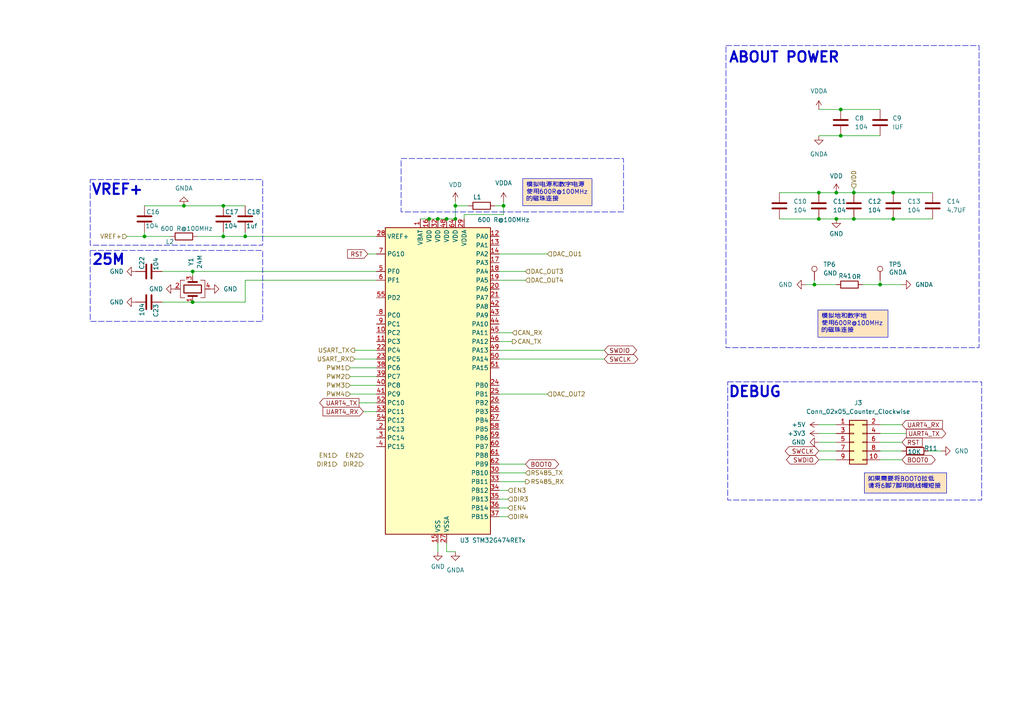
<source format=kicad_sch>
(kicad_sch
	(version 20231120)
	(generator "eeschema")
	(generator_version "8.0")
	(uuid "9e97448a-08b8-4333-8e7e-303af223133d")
	(paper "A4")
	(lib_symbols
		(symbol "Connector:TestPoint"
			(pin_numbers hide)
			(pin_names
				(offset 0.762) hide)
			(exclude_from_sim no)
			(in_bom yes)
			(on_board yes)
			(property "Reference" "TP"
				(at 0 6.858 0)
				(effects
					(font
						(size 1.27 1.27)
					)
				)
			)
			(property "Value" "TestPoint"
				(at 0 5.08 0)
				(effects
					(font
						(size 1.27 1.27)
					)
				)
			)
			(property "Footprint" ""
				(at 5.08 0 0)
				(effects
					(font
						(size 1.27 1.27)
					)
					(hide yes)
				)
			)
			(property "Datasheet" "~"
				(at 5.08 0 0)
				(effects
					(font
						(size 1.27 1.27)
					)
					(hide yes)
				)
			)
			(property "Description" "test point"
				(at 0 0 0)
				(effects
					(font
						(size 1.27 1.27)
					)
					(hide yes)
				)
			)
			(property "ki_keywords" "test point tp"
				(at 0 0 0)
				(effects
					(font
						(size 1.27 1.27)
					)
					(hide yes)
				)
			)
			(property "ki_fp_filters" "Pin* Test*"
				(at 0 0 0)
				(effects
					(font
						(size 1.27 1.27)
					)
					(hide yes)
				)
			)
			(symbol "TestPoint_0_1"
				(circle
					(center 0 3.302)
					(radius 0.762)
					(stroke
						(width 0)
						(type default)
					)
					(fill
						(type none)
					)
				)
			)
			(symbol "TestPoint_1_1"
				(pin passive line
					(at 0 0 90)
					(length 2.54)
					(name "1"
						(effects
							(font
								(size 1.27 1.27)
							)
						)
					)
					(number "1"
						(effects
							(font
								(size 1.27 1.27)
							)
						)
					)
				)
			)
		)
		(symbol "Connector_Generic:Conn_02x05_Counter_Clockwise"
			(pin_names
				(offset 1.016) hide)
			(exclude_from_sim no)
			(in_bom yes)
			(on_board yes)
			(property "Reference" "J?"
				(at 1.27 11.43 0)
				(effects
					(font
						(size 1.27 1.27)
					)
				)
			)
			(property "Value" "Conn_02x05_Counter_Clockwise"
				(at 1.27 8.89 0)
				(effects
					(font
						(size 1.27 1.27)
					)
				)
			)
			(property "Footprint" "Connector_PinHeader_2.54mm:PinHeader_2x05_P2.54mm_Vertical"
				(at 1.524 -12.446 0)
				(effects
					(font
						(size 1.27 1.27)
					)
					(hide yes)
				)
			)
			(property "Datasheet" "~"
				(at 0 0 0)
				(effects
					(font
						(size 1.27 1.27)
					)
					(hide yes)
				)
			)
			(property "Description" "Generic connector, double row, 02x05, counter clockwise pin numbering scheme (similar to DIP package numbering), script generated (kicad-library-utils/schlib/autogen/connector/)"
				(at 1.524 -12.446 0)
				(effects
					(font
						(size 1.27 1.27)
					)
					(hide yes)
				)
			)
			(property "ki_keywords" "connector"
				(at 0 0 0)
				(effects
					(font
						(size 1.27 1.27)
					)
					(hide yes)
				)
			)
			(property "ki_fp_filters" "Connector*:*_2x??_*"
				(at 0 0 0)
				(effects
					(font
						(size 1.27 1.27)
					)
					(hide yes)
				)
			)
			(symbol "Conn_02x05_Counter_Clockwise_1_1"
				(rectangle
					(start -1.27 -4.953)
					(end 0 -5.207)
					(stroke
						(width 0.1524)
						(type default)
					)
					(fill
						(type none)
					)
				)
				(rectangle
					(start -1.27 -2.413)
					(end 0 -2.667)
					(stroke
						(width 0.1524)
						(type default)
					)
					(fill
						(type none)
					)
				)
				(rectangle
					(start -1.27 0.127)
					(end 0 -0.127)
					(stroke
						(width 0.1524)
						(type default)
					)
					(fill
						(type none)
					)
				)
				(rectangle
					(start -1.27 2.667)
					(end 0 2.413)
					(stroke
						(width 0.1524)
						(type default)
					)
					(fill
						(type none)
					)
				)
				(rectangle
					(start -1.27 5.207)
					(end 0 4.953)
					(stroke
						(width 0.1524)
						(type default)
					)
					(fill
						(type none)
					)
				)
				(rectangle
					(start -1.27 6.35)
					(end 3.81 -6.35)
					(stroke
						(width 0.254)
						(type default)
					)
					(fill
						(type background)
					)
				)
				(rectangle
					(start 3.81 -4.953)
					(end 2.54 -5.207)
					(stroke
						(width 0.1524)
						(type default)
					)
					(fill
						(type none)
					)
				)
				(rectangle
					(start 3.81 -2.413)
					(end 2.54 -2.667)
					(stroke
						(width 0.1524)
						(type default)
					)
					(fill
						(type none)
					)
				)
				(rectangle
					(start 3.81 0.127)
					(end 2.54 -0.127)
					(stroke
						(width 0.1524)
						(type default)
					)
					(fill
						(type none)
					)
				)
				(rectangle
					(start 3.81 2.667)
					(end 2.54 2.413)
					(stroke
						(width 0.1524)
						(type default)
					)
					(fill
						(type none)
					)
				)
				(rectangle
					(start 3.81 5.207)
					(end 2.54 4.953)
					(stroke
						(width 0.1524)
						(type default)
					)
					(fill
						(type none)
					)
				)
				(pin passive line
					(at -5.08 5.08 0)
					(length 3.81)
					(name "Pin_1"
						(effects
							(font
								(size 1.27 1.27)
							)
						)
					)
					(number "1"
						(effects
							(font
								(size 1.27 1.27)
							)
						)
					)
				)
				(pin passive line
					(at 7.62 -5.08 180)
					(length 3.81)
					(name "Pin_10"
						(effects
							(font
								(size 1.27 1.27)
							)
						)
					)
					(number "10"
						(effects
							(font
								(size 1.27 1.27)
							)
						)
					)
				)
				(pin passive line
					(at 7.62 5.08 180)
					(length 3.81)
					(name "Pin_2"
						(effects
							(font
								(size 1.27 1.27)
							)
						)
					)
					(number "2"
						(effects
							(font
								(size 1.27 1.27)
							)
						)
					)
				)
				(pin passive line
					(at -5.08 2.54 0)
					(length 3.81)
					(name "Pin_3"
						(effects
							(font
								(size 1.27 1.27)
							)
						)
					)
					(number "3"
						(effects
							(font
								(size 1.27 1.27)
							)
						)
					)
				)
				(pin passive line
					(at 7.62 2.54 180)
					(length 3.81)
					(name "Pin_4"
						(effects
							(font
								(size 1.27 1.27)
							)
						)
					)
					(number "4"
						(effects
							(font
								(size 1.27 1.27)
							)
						)
					)
				)
				(pin passive line
					(at -5.08 0 0)
					(length 3.81)
					(name "Pin_5"
						(effects
							(font
								(size 1.27 1.27)
							)
						)
					)
					(number "5"
						(effects
							(font
								(size 1.27 1.27)
							)
						)
					)
				)
				(pin passive line
					(at 7.62 0 180)
					(length 3.81)
					(name "Pin_6"
						(effects
							(font
								(size 1.27 1.27)
							)
						)
					)
					(number "6"
						(effects
							(font
								(size 1.27 1.27)
							)
						)
					)
				)
				(pin passive line
					(at -5.08 -2.54 0)
					(length 3.81)
					(name "Pin_7"
						(effects
							(font
								(size 1.27 1.27)
							)
						)
					)
					(number "7"
						(effects
							(font
								(size 1.27 1.27)
							)
						)
					)
				)
				(pin passive line
					(at 7.62 -2.54 180)
					(length 3.81)
					(name "Pin_8"
						(effects
							(font
								(size 1.27 1.27)
							)
						)
					)
					(number "8"
						(effects
							(font
								(size 1.27 1.27)
							)
						)
					)
				)
				(pin passive line
					(at -5.08 -5.08 0)
					(length 3.81)
					(name "Pin_9"
						(effects
							(font
								(size 1.27 1.27)
							)
						)
					)
					(number "9"
						(effects
							(font
								(size 1.27 1.27)
							)
						)
					)
				)
			)
		)
		(symbol "Device:C"
			(pin_numbers hide)
			(pin_names
				(offset 0.254)
			)
			(exclude_from_sim no)
			(in_bom yes)
			(on_board yes)
			(property "Reference" "C"
				(at 0.635 2.54 0)
				(effects
					(font
						(size 1.27 1.27)
					)
					(justify left)
				)
			)
			(property "Value" "C"
				(at 0.635 -2.54 0)
				(effects
					(font
						(size 1.27 1.27)
					)
					(justify left)
				)
			)
			(property "Footprint" ""
				(at 0.9652 -3.81 0)
				(effects
					(font
						(size 1.27 1.27)
					)
					(hide yes)
				)
			)
			(property "Datasheet" "~"
				(at 0 0 0)
				(effects
					(font
						(size 1.27 1.27)
					)
					(hide yes)
				)
			)
			(property "Description" "Unpolarized capacitor"
				(at 0 0 0)
				(effects
					(font
						(size 1.27 1.27)
					)
					(hide yes)
				)
			)
			(property "ki_keywords" "cap capacitor"
				(at 0 0 0)
				(effects
					(font
						(size 1.27 1.27)
					)
					(hide yes)
				)
			)
			(property "ki_fp_filters" "C_*"
				(at 0 0 0)
				(effects
					(font
						(size 1.27 1.27)
					)
					(hide yes)
				)
			)
			(symbol "C_0_1"
				(polyline
					(pts
						(xy -2.032 -0.762) (xy 2.032 -0.762)
					)
					(stroke
						(width 0.508)
						(type default)
					)
					(fill
						(type none)
					)
				)
				(polyline
					(pts
						(xy -2.032 0.762) (xy 2.032 0.762)
					)
					(stroke
						(width 0.508)
						(type default)
					)
					(fill
						(type none)
					)
				)
			)
			(symbol "C_1_1"
				(pin passive line
					(at 0 3.81 270)
					(length 2.794)
					(name "~"
						(effects
							(font
								(size 1.27 1.27)
							)
						)
					)
					(number "1"
						(effects
							(font
								(size 1.27 1.27)
							)
						)
					)
				)
				(pin passive line
					(at 0 -3.81 90)
					(length 2.794)
					(name "~"
						(effects
							(font
								(size 1.27 1.27)
							)
						)
					)
					(number "2"
						(effects
							(font
								(size 1.27 1.27)
							)
						)
					)
				)
			)
		)
		(symbol "Device:Crystal_GND24"
			(pin_names
				(offset 1.016) hide)
			(exclude_from_sim no)
			(in_bom yes)
			(on_board yes)
			(property "Reference" "Y"
				(at 3.175 5.08 0)
				(effects
					(font
						(size 1.27 1.27)
					)
					(justify left)
				)
			)
			(property "Value" "Crystal_GND24"
				(at 3.175 3.175 0)
				(effects
					(font
						(size 1.27 1.27)
					)
					(justify left)
				)
			)
			(property "Footprint" ""
				(at 0 0 0)
				(effects
					(font
						(size 1.27 1.27)
					)
					(hide yes)
				)
			)
			(property "Datasheet" "~"
				(at 0 0 0)
				(effects
					(font
						(size 1.27 1.27)
					)
					(hide yes)
				)
			)
			(property "Description" "Four pin crystal, GND on pins 2 and 4"
				(at 0 0 0)
				(effects
					(font
						(size 1.27 1.27)
					)
					(hide yes)
				)
			)
			(property "ki_keywords" "quartz ceramic resonator oscillator"
				(at 0 0 0)
				(effects
					(font
						(size 1.27 1.27)
					)
					(hide yes)
				)
			)
			(property "ki_fp_filters" "Crystal*"
				(at 0 0 0)
				(effects
					(font
						(size 1.27 1.27)
					)
					(hide yes)
				)
			)
			(symbol "Crystal_GND24_0_1"
				(rectangle
					(start -1.143 2.54)
					(end 1.143 -2.54)
					(stroke
						(width 0.3048)
						(type default)
					)
					(fill
						(type none)
					)
				)
				(polyline
					(pts
						(xy -2.54 0) (xy -2.032 0)
					)
					(stroke
						(width 0)
						(type default)
					)
					(fill
						(type none)
					)
				)
				(polyline
					(pts
						(xy -2.032 -1.27) (xy -2.032 1.27)
					)
					(stroke
						(width 0.508)
						(type default)
					)
					(fill
						(type none)
					)
				)
				(polyline
					(pts
						(xy 0 -3.81) (xy 0 -3.556)
					)
					(stroke
						(width 0)
						(type default)
					)
					(fill
						(type none)
					)
				)
				(polyline
					(pts
						(xy 0 3.556) (xy 0 3.81)
					)
					(stroke
						(width 0)
						(type default)
					)
					(fill
						(type none)
					)
				)
				(polyline
					(pts
						(xy 2.032 -1.27) (xy 2.032 1.27)
					)
					(stroke
						(width 0.508)
						(type default)
					)
					(fill
						(type none)
					)
				)
				(polyline
					(pts
						(xy 2.032 0) (xy 2.54 0)
					)
					(stroke
						(width 0)
						(type default)
					)
					(fill
						(type none)
					)
				)
				(polyline
					(pts
						(xy -2.54 -2.286) (xy -2.54 -3.556) (xy 2.54 -3.556) (xy 2.54 -2.286)
					)
					(stroke
						(width 0)
						(type default)
					)
					(fill
						(type none)
					)
				)
				(polyline
					(pts
						(xy -2.54 2.286) (xy -2.54 3.556) (xy 2.54 3.556) (xy 2.54 2.286)
					)
					(stroke
						(width 0)
						(type default)
					)
					(fill
						(type none)
					)
				)
			)
			(symbol "Crystal_GND24_1_1"
				(pin passive line
					(at -3.81 0 0)
					(length 1.27)
					(name "1"
						(effects
							(font
								(size 1.27 1.27)
							)
						)
					)
					(number "1"
						(effects
							(font
								(size 1.27 1.27)
							)
						)
					)
				)
				(pin passive line
					(at 0 5.08 270)
					(length 1.27)
					(name "2"
						(effects
							(font
								(size 1.27 1.27)
							)
						)
					)
					(number "2"
						(effects
							(font
								(size 1.27 1.27)
							)
						)
					)
				)
				(pin passive line
					(at 3.81 0 180)
					(length 1.27)
					(name "3"
						(effects
							(font
								(size 1.27 1.27)
							)
						)
					)
					(number "3"
						(effects
							(font
								(size 1.27 1.27)
							)
						)
					)
				)
				(pin passive line
					(at 0 -5.08 90)
					(length 1.27)
					(name "4"
						(effects
							(font
								(size 1.27 1.27)
							)
						)
					)
					(number "4"
						(effects
							(font
								(size 1.27 1.27)
							)
						)
					)
				)
			)
		)
		(symbol "Device:R"
			(pin_numbers hide)
			(pin_names
				(offset 0)
			)
			(exclude_from_sim no)
			(in_bom yes)
			(on_board yes)
			(property "Reference" "R"
				(at 2.032 0 90)
				(effects
					(font
						(size 1.27 1.27)
					)
				)
			)
			(property "Value" "R"
				(at 0 0 90)
				(effects
					(font
						(size 1.27 1.27)
					)
				)
			)
			(property "Footprint" ""
				(at -1.778 0 90)
				(effects
					(font
						(size 1.27 1.27)
					)
					(hide yes)
				)
			)
			(property "Datasheet" "~"
				(at 0 0 0)
				(effects
					(font
						(size 1.27 1.27)
					)
					(hide yes)
				)
			)
			(property "Description" "Resistor"
				(at 0 0 0)
				(effects
					(font
						(size 1.27 1.27)
					)
					(hide yes)
				)
			)
			(property "ki_keywords" "R res resistor"
				(at 0 0 0)
				(effects
					(font
						(size 1.27 1.27)
					)
					(hide yes)
				)
			)
			(property "ki_fp_filters" "R_*"
				(at 0 0 0)
				(effects
					(font
						(size 1.27 1.27)
					)
					(hide yes)
				)
			)
			(symbol "R_0_1"
				(rectangle
					(start -1.016 -2.54)
					(end 1.016 2.54)
					(stroke
						(width 0.254)
						(type default)
					)
					(fill
						(type none)
					)
				)
			)
			(symbol "R_1_1"
				(pin passive line
					(at 0 3.81 270)
					(length 1.27)
					(name "~"
						(effects
							(font
								(size 1.27 1.27)
							)
						)
					)
					(number "1"
						(effects
							(font
								(size 1.27 1.27)
							)
						)
					)
				)
				(pin passive line
					(at 0 -3.81 90)
					(length 1.27)
					(name "~"
						(effects
							(font
								(size 1.27 1.27)
							)
						)
					)
					(number "2"
						(effects
							(font
								(size 1.27 1.27)
							)
						)
					)
				)
			)
		)
		(symbol "MCU_ST_STM32G4:STM32G474RETx"
			(exclude_from_sim no)
			(in_bom yes)
			(on_board yes)
			(property "Reference" "U"
				(at -15.24 46.99 0)
				(effects
					(font
						(size 1.27 1.27)
					)
					(justify left)
				)
			)
			(property "Value" "STM32G474RETx"
				(at 10.16 46.99 0)
				(effects
					(font
						(size 1.27 1.27)
					)
					(justify left)
				)
			)
			(property "Footprint" "Package_QFP:LQFP-64_10x10mm_P0.5mm"
				(at -15.24 -43.18 0)
				(effects
					(font
						(size 1.27 1.27)
					)
					(justify right)
					(hide yes)
				)
			)
			(property "Datasheet" "https://www.st.com/resource/en/datasheet/stm32g474re.pdf"
				(at 0 0 0)
				(effects
					(font
						(size 1.27 1.27)
					)
					(hide yes)
				)
			)
			(property "Description" "STMicroelectronics Arm Cortex-M4 MCU, 512KB flash, 128KB RAM, 170 MHz, 1.71-3.6V, 52 GPIO, LQFP64"
				(at 0 0 0)
				(effects
					(font
						(size 1.27 1.27)
					)
					(hide yes)
				)
			)
			(property "ki_locked" ""
				(at 0 0 0)
				(effects
					(font
						(size 1.27 1.27)
					)
				)
			)
			(property "ki_keywords" "Arm Cortex-M4 STM32G4 STM32G4x4"
				(at 0 0 0)
				(effects
					(font
						(size 1.27 1.27)
					)
					(hide yes)
				)
			)
			(property "ki_fp_filters" "LQFP*10x10mm*P0.5mm*"
				(at 0 0 0)
				(effects
					(font
						(size 1.27 1.27)
					)
					(hide yes)
				)
			)
			(symbol "STM32G474RETx_0_1"
				(rectangle
					(start -15.24 -43.18)
					(end 15.24 45.72)
					(stroke
						(width 0.254)
						(type default)
					)
					(fill
						(type background)
					)
				)
			)
			(symbol "STM32G474RETx_1_1"
				(pin power_in line
					(at -5.08 48.26 270)
					(length 2.54)
					(name "VBAT"
						(effects
							(font
								(size 1.27 1.27)
							)
						)
					)
					(number "1"
						(effects
							(font
								(size 1.27 1.27)
							)
						)
					)
				)
				(pin bidirectional line
					(at -17.78 15.24 0)
					(length 2.54)
					(name "PC2"
						(effects
							(font
								(size 1.27 1.27)
							)
						)
					)
					(number "10"
						(effects
							(font
								(size 1.27 1.27)
							)
						)
					)
					(alternate "ADC1_IN8" bidirectional line)
					(alternate "ADC2_IN8" bidirectional line)
					(alternate "ADC3_EXTI2" bidirectional line)
					(alternate "ADC4_EXTI2" bidirectional line)
					(alternate "ADC5_EXTI2" bidirectional line)
					(alternate "COMP3_OUT" bidirectional line)
					(alternate "LPTIM1_IN2" bidirectional line)
					(alternate "QUADSPI1_BK2_IO1" bidirectional line)
					(alternate "TIM1_CH3" bidirectional line)
					(alternate "TIM20_CH2" bidirectional line)
				)
				(pin bidirectional line
					(at -17.78 12.7 0)
					(length 2.54)
					(name "PC3"
						(effects
							(font
								(size 1.27 1.27)
							)
						)
					)
					(number "11"
						(effects
							(font
								(size 1.27 1.27)
							)
						)
					)
					(alternate "ADC1_IN9" bidirectional line)
					(alternate "ADC2_IN9" bidirectional line)
					(alternate "ADC3_EXTI3" bidirectional line)
					(alternate "ADC4_EXTI3" bidirectional line)
					(alternate "ADC5_EXTI3" bidirectional line)
					(alternate "LPTIM1_ETR" bidirectional line)
					(alternate "OPAMP5_VINP" bidirectional line)
					(alternate "OPAMP5_VINP_SEC" bidirectional line)
					(alternate "QUADSPI1_BK2_IO2" bidirectional line)
					(alternate "SAI1_D1" bidirectional line)
					(alternate "SAI1_SD_A" bidirectional line)
					(alternate "TIM1_BKIN2" bidirectional line)
					(alternate "TIM1_CH4" bidirectional line)
				)
				(pin bidirectional line
					(at 17.78 43.18 180)
					(length 2.54)
					(name "PA0"
						(effects
							(font
								(size 1.27 1.27)
							)
						)
					)
					(number "12"
						(effects
							(font
								(size 1.27 1.27)
							)
						)
					)
					(alternate "ADC1_IN1" bidirectional line)
					(alternate "ADC2_IN1" bidirectional line)
					(alternate "COMP1_INM" bidirectional line)
					(alternate "COMP1_OUT" bidirectional line)
					(alternate "COMP3_INP" bidirectional line)
					(alternate "RTC_TAMP2" bidirectional line)
					(alternate "SYS_WKUP1" bidirectional line)
					(alternate "TIM2_CH1" bidirectional line)
					(alternate "TIM2_ETR" bidirectional line)
					(alternate "TIM5_CH1" bidirectional line)
					(alternate "TIM8_BKIN" bidirectional line)
					(alternate "TIM8_ETR" bidirectional line)
					(alternate "USART2_CTS" bidirectional line)
					(alternate "USART2_NSS" bidirectional line)
				)
				(pin bidirectional line
					(at 17.78 40.64 180)
					(length 2.54)
					(name "PA1"
						(effects
							(font
								(size 1.27 1.27)
							)
						)
					)
					(number "13"
						(effects
							(font
								(size 1.27 1.27)
							)
						)
					)
					(alternate "ADC1_IN2" bidirectional line)
					(alternate "ADC2_IN2" bidirectional line)
					(alternate "COMP1_INP" bidirectional line)
					(alternate "OPAMP1_VINP" bidirectional line)
					(alternate "OPAMP1_VINP_SEC" bidirectional line)
					(alternate "OPAMP3_VINP" bidirectional line)
					(alternate "OPAMP3_VINP_SEC" bidirectional line)
					(alternate "OPAMP6_VINM" bidirectional line)
					(alternate "OPAMP6_VINM0" bidirectional line)
					(alternate "OPAMP6_VINM_SEC" bidirectional line)
					(alternate "RTC_REFIN" bidirectional line)
					(alternate "TIM15_CH1N" bidirectional line)
					(alternate "TIM2_CH2" bidirectional line)
					(alternate "TIM5_CH2" bidirectional line)
					(alternate "USART2_DE" bidirectional line)
					(alternate "USART2_RTS" bidirectional line)
				)
				(pin bidirectional line
					(at 17.78 38.1 180)
					(length 2.54)
					(name "PA2"
						(effects
							(font
								(size 1.27 1.27)
							)
						)
					)
					(number "14"
						(effects
							(font
								(size 1.27 1.27)
							)
						)
					)
					(alternate "ADC1_IN3" bidirectional line)
					(alternate "ADC3_EXTI2" bidirectional line)
					(alternate "ADC4_EXTI2" bidirectional line)
					(alternate "ADC5_EXTI2" bidirectional line)
					(alternate "COMP2_INM" bidirectional line)
					(alternate "COMP2_OUT" bidirectional line)
					(alternate "LPUART1_TX" bidirectional line)
					(alternate "OPAMP1_VOUT" bidirectional line)
					(alternate "QUADSPI1_BK1_NCS" bidirectional line)
					(alternate "RCC_LSCO" bidirectional line)
					(alternate "SYS_WKUP4" bidirectional line)
					(alternate "TIM15_CH1" bidirectional line)
					(alternate "TIM2_CH3" bidirectional line)
					(alternate "TIM5_CH3" bidirectional line)
					(alternate "UCPD1_FRSTX1" bidirectional line)
					(alternate "UCPD1_FRSTX2" bidirectional line)
					(alternate "USART2_TX" bidirectional line)
				)
				(pin power_in line
					(at 0 -45.72 90)
					(length 2.54)
					(name "VSS"
						(effects
							(font
								(size 1.27 1.27)
							)
						)
					)
					(number "15"
						(effects
							(font
								(size 1.27 1.27)
							)
						)
					)
				)
				(pin power_in line
					(at -2.54 48.26 270)
					(length 2.54)
					(name "VDD"
						(effects
							(font
								(size 1.27 1.27)
							)
						)
					)
					(number "16"
						(effects
							(font
								(size 1.27 1.27)
							)
						)
					)
				)
				(pin bidirectional line
					(at 17.78 35.56 180)
					(length 2.54)
					(name "PA3"
						(effects
							(font
								(size 1.27 1.27)
							)
						)
					)
					(number "17"
						(effects
							(font
								(size 1.27 1.27)
							)
						)
					)
					(alternate "ADC1_IN4" bidirectional line)
					(alternate "ADC3_EXTI3" bidirectional line)
					(alternate "ADC4_EXTI3" bidirectional line)
					(alternate "ADC5_EXTI3" bidirectional line)
					(alternate "COMP2_INP" bidirectional line)
					(alternate "LPUART1_RX" bidirectional line)
					(alternate "OPAMP1_VINM" bidirectional line)
					(alternate "OPAMP1_VINM0" bidirectional line)
					(alternate "OPAMP1_VINM_SEC" bidirectional line)
					(alternate "OPAMP1_VINP" bidirectional line)
					(alternate "OPAMP1_VINP_SEC" bidirectional line)
					(alternate "OPAMP5_VINM" bidirectional line)
					(alternate "OPAMP5_VINM1" bidirectional line)
					(alternate "OPAMP5_VINM_SEC" bidirectional line)
					(alternate "QUADSPI1_CLK" bidirectional line)
					(alternate "SAI1_CK1" bidirectional line)
					(alternate "SAI1_MCLK_A" bidirectional line)
					(alternate "TIM15_CH2" bidirectional line)
					(alternate "TIM2_CH4" bidirectional line)
					(alternate "TIM5_CH4" bidirectional line)
					(alternate "USART2_RX" bidirectional line)
				)
				(pin bidirectional line
					(at 17.78 33.02 180)
					(length 2.54)
					(name "PA4"
						(effects
							(font
								(size 1.27 1.27)
							)
						)
					)
					(number "18"
						(effects
							(font
								(size 1.27 1.27)
							)
						)
					)
					(alternate "ADC2_IN17" bidirectional line)
					(alternate "COMP1_INM" bidirectional line)
					(alternate "DAC1_OUT1" bidirectional line)
					(alternate "I2S3_WS" bidirectional line)
					(alternate "SAI1_FS_B" bidirectional line)
					(alternate "SPI1_NSS" bidirectional line)
					(alternate "SPI3_NSS" bidirectional line)
					(alternate "TIM3_CH2" bidirectional line)
					(alternate "USART2_CK" bidirectional line)
				)
				(pin bidirectional line
					(at 17.78 30.48 180)
					(length 2.54)
					(name "PA5"
						(effects
							(font
								(size 1.27 1.27)
							)
						)
					)
					(number "19"
						(effects
							(font
								(size 1.27 1.27)
							)
						)
					)
					(alternate "ADC2_IN13" bidirectional line)
					(alternate "COMP2_INM" bidirectional line)
					(alternate "DAC1_OUT2" bidirectional line)
					(alternate "OPAMP2_VINM" bidirectional line)
					(alternate "OPAMP2_VINM0" bidirectional line)
					(alternate "OPAMP2_VINM_SEC" bidirectional line)
					(alternate "SPI1_SCK" bidirectional line)
					(alternate "TIM2_CH1" bidirectional line)
					(alternate "TIM2_ETR" bidirectional line)
					(alternate "UCPD1_FRSTX1" bidirectional line)
					(alternate "UCPD1_FRSTX2" bidirectional line)
				)
				(pin bidirectional line
					(at -17.78 -12.7 0)
					(length 2.54)
					(name "PC13"
						(effects
							(font
								(size 1.27 1.27)
							)
						)
					)
					(number "2"
						(effects
							(font
								(size 1.27 1.27)
							)
						)
					)
					(alternate "RTC_OUT1" bidirectional line)
					(alternate "RTC_TAMP1" bidirectional line)
					(alternate "RTC_TS" bidirectional line)
					(alternate "SYS_WKUP2" bidirectional line)
					(alternate "TIM1_BKIN" bidirectional line)
					(alternate "TIM1_CH1N" bidirectional line)
					(alternate "TIM8_CH4N" bidirectional line)
				)
				(pin bidirectional line
					(at 17.78 27.94 180)
					(length 2.54)
					(name "PA6"
						(effects
							(font
								(size 1.27 1.27)
							)
						)
					)
					(number "20"
						(effects
							(font
								(size 1.27 1.27)
							)
						)
					)
					(alternate "ADC2_IN3" bidirectional line)
					(alternate "COMP1_OUT" bidirectional line)
					(alternate "DAC2_OUT1" bidirectional line)
					(alternate "LPUART1_CTS" bidirectional line)
					(alternate "OPAMP2_VOUT" bidirectional line)
					(alternate "QUADSPI1_BK1_IO3" bidirectional line)
					(alternate "SPI1_MISO" bidirectional line)
					(alternate "TIM16_CH1" bidirectional line)
					(alternate "TIM1_BKIN" bidirectional line)
					(alternate "TIM3_CH1" bidirectional line)
					(alternate "TIM8_BKIN" bidirectional line)
				)
				(pin bidirectional line
					(at 17.78 25.4 180)
					(length 2.54)
					(name "PA7"
						(effects
							(font
								(size 1.27 1.27)
							)
						)
					)
					(number "21"
						(effects
							(font
								(size 1.27 1.27)
							)
						)
					)
					(alternate "ADC2_IN4" bidirectional line)
					(alternate "COMP2_INP" bidirectional line)
					(alternate "COMP2_OUT" bidirectional line)
					(alternate "OPAMP1_VINP" bidirectional line)
					(alternate "OPAMP1_VINP_SEC" bidirectional line)
					(alternate "OPAMP2_VINP" bidirectional line)
					(alternate "OPAMP2_VINP_SEC" bidirectional line)
					(alternate "QUADSPI1_BK1_IO2" bidirectional line)
					(alternate "SPI1_MOSI" bidirectional line)
					(alternate "TIM17_CH1" bidirectional line)
					(alternate "TIM1_CH1N" bidirectional line)
					(alternate "TIM3_CH2" bidirectional line)
					(alternate "TIM8_CH1N" bidirectional line)
					(alternate "UCPD1_FRSTX1" bidirectional line)
					(alternate "UCPD1_FRSTX2" bidirectional line)
				)
				(pin bidirectional line
					(at -17.78 10.16 0)
					(length 2.54)
					(name "PC4"
						(effects
							(font
								(size 1.27 1.27)
							)
						)
					)
					(number "22"
						(effects
							(font
								(size 1.27 1.27)
							)
						)
					)
					(alternate "ADC2_IN5" bidirectional line)
					(alternate "I2C2_SCL" bidirectional line)
					(alternate "QUADSPI1_BK2_IO3" bidirectional line)
					(alternate "TIM1_ETR" bidirectional line)
					(alternate "USART1_TX" bidirectional line)
				)
				(pin bidirectional line
					(at -17.78 7.62 0)
					(length 2.54)
					(name "PC5"
						(effects
							(font
								(size 1.27 1.27)
							)
						)
					)
					(number "23"
						(effects
							(font
								(size 1.27 1.27)
							)
						)
					)
					(alternate "ADC2_IN11" bidirectional line)
					(alternate "HRTIM1_EEV10" bidirectional line)
					(alternate "OPAMP1_VINM" bidirectional line)
					(alternate "OPAMP1_VINM1" bidirectional line)
					(alternate "OPAMP1_VINM_SEC" bidirectional line)
					(alternate "OPAMP2_VINM" bidirectional line)
					(alternate "OPAMP2_VINM1" bidirectional line)
					(alternate "OPAMP2_VINM_SEC" bidirectional line)
					(alternate "SAI1_D3" bidirectional line)
					(alternate "SYS_WKUP5" bidirectional line)
					(alternate "TIM15_BKIN" bidirectional line)
					(alternate "TIM1_CH4N" bidirectional line)
					(alternate "USART1_RX" bidirectional line)
				)
				(pin bidirectional line
					(at 17.78 0 180)
					(length 2.54)
					(name "PB0"
						(effects
							(font
								(size 1.27 1.27)
							)
						)
					)
					(number "24"
						(effects
							(font
								(size 1.27 1.27)
							)
						)
					)
					(alternate "ADC1_IN15" bidirectional line)
					(alternate "ADC3_IN12" bidirectional line)
					(alternate "COMP4_INP" bidirectional line)
					(alternate "HRTIM1_FLT5" bidirectional line)
					(alternate "OPAMP2_VINP" bidirectional line)
					(alternate "OPAMP2_VINP_SEC" bidirectional line)
					(alternate "OPAMP3_VINP" bidirectional line)
					(alternate "OPAMP3_VINP_SEC" bidirectional line)
					(alternate "QUADSPI1_BK1_IO1" bidirectional line)
					(alternate "TIM1_CH2N" bidirectional line)
					(alternate "TIM3_CH3" bidirectional line)
					(alternate "TIM8_CH2N" bidirectional line)
					(alternate "UCPD1_FRSTX1" bidirectional line)
					(alternate "UCPD1_FRSTX2" bidirectional line)
				)
				(pin bidirectional line
					(at 17.78 -2.54 180)
					(length 2.54)
					(name "PB1"
						(effects
							(font
								(size 1.27 1.27)
							)
						)
					)
					(number "25"
						(effects
							(font
								(size 1.27 1.27)
							)
						)
					)
					(alternate "ADC1_IN12" bidirectional line)
					(alternate "ADC3_IN1" bidirectional line)
					(alternate "COMP1_INP" bidirectional line)
					(alternate "COMP4_OUT" bidirectional line)
					(alternate "HRTIM1_SCOUT" bidirectional line)
					(alternate "LPUART1_DE" bidirectional line)
					(alternate "LPUART1_RTS" bidirectional line)
					(alternate "OPAMP3_VOUT" bidirectional line)
					(alternate "OPAMP6_VINM" bidirectional line)
					(alternate "OPAMP6_VINM1" bidirectional line)
					(alternate "OPAMP6_VINM_SEC" bidirectional line)
					(alternate "QUADSPI1_BK1_IO0" bidirectional line)
					(alternate "TIM1_CH3N" bidirectional line)
					(alternate "TIM3_CH4" bidirectional line)
					(alternate "TIM8_CH3N" bidirectional line)
				)
				(pin bidirectional line
					(at 17.78 -5.08 180)
					(length 2.54)
					(name "PB2"
						(effects
							(font
								(size 1.27 1.27)
							)
						)
					)
					(number "26"
						(effects
							(font
								(size 1.27 1.27)
							)
						)
					)
					(alternate "ADC2_IN12" bidirectional line)
					(alternate "ADC3_EXTI2" bidirectional line)
					(alternate "ADC4_EXTI2" bidirectional line)
					(alternate "ADC5_EXTI2" bidirectional line)
					(alternate "COMP4_INM" bidirectional line)
					(alternate "HRTIM1_SCIN" bidirectional line)
					(alternate "I2C3_SMBA" bidirectional line)
					(alternate "LPTIM1_OUT" bidirectional line)
					(alternate "OPAMP3_VINM" bidirectional line)
					(alternate "OPAMP3_VINM0" bidirectional line)
					(alternate "OPAMP3_VINM_SEC" bidirectional line)
					(alternate "QUADSPI1_BK2_IO1" bidirectional line)
					(alternate "RTC_OUT2" bidirectional line)
					(alternate "TIM20_CH1" bidirectional line)
					(alternate "TIM5_CH1" bidirectional line)
				)
				(pin power_in line
					(at 2.54 -45.72 90)
					(length 2.54)
					(name "VSSA"
						(effects
							(font
								(size 1.27 1.27)
							)
						)
					)
					(number "27"
						(effects
							(font
								(size 1.27 1.27)
							)
						)
					)
				)
				(pin input line
					(at -17.78 43.18 0)
					(length 2.54)
					(name "VREF+"
						(effects
							(font
								(size 1.27 1.27)
							)
						)
					)
					(number "28"
						(effects
							(font
								(size 1.27 1.27)
							)
						)
					)
					(alternate "VREFBUF_OUT" bidirectional line)
				)
				(pin power_in line
					(at 7.62 48.26 270)
					(length 2.54)
					(name "VDDA"
						(effects
							(font
								(size 1.27 1.27)
							)
						)
					)
					(number "29"
						(effects
							(font
								(size 1.27 1.27)
							)
						)
					)
				)
				(pin bidirectional line
					(at -17.78 -15.24 0)
					(length 2.54)
					(name "PC14"
						(effects
							(font
								(size 1.27 1.27)
							)
						)
					)
					(number "3"
						(effects
							(font
								(size 1.27 1.27)
							)
						)
					)
					(alternate "RCC_OSC32_IN" bidirectional line)
				)
				(pin bidirectional line
					(at 17.78 -25.4 180)
					(length 2.54)
					(name "PB10"
						(effects
							(font
								(size 1.27 1.27)
							)
						)
					)
					(number "30"
						(effects
							(font
								(size 1.27 1.27)
							)
						)
					)
					(alternate "COMP5_INM" bidirectional line)
					(alternate "DAC1_EXTI10" bidirectional line)
					(alternate "DAC2_EXTI10" bidirectional line)
					(alternate "DAC3_EXTI10" bidirectional line)
					(alternate "DAC4_EXTI10" bidirectional line)
					(alternate "HRTIM1_FLT3" bidirectional line)
					(alternate "LPUART1_RX" bidirectional line)
					(alternate "OPAMP3_VINM" bidirectional line)
					(alternate "OPAMP3_VINM1" bidirectional line)
					(alternate "OPAMP3_VINM_SEC" bidirectional line)
					(alternate "OPAMP4_VINM" bidirectional line)
					(alternate "OPAMP4_VINM0" bidirectional line)
					(alternate "OPAMP4_VINM_SEC" bidirectional line)
					(alternate "QUADSPI1_CLK" bidirectional line)
					(alternate "SAI1_SCK_A" bidirectional line)
					(alternate "TIM1_BKIN" bidirectional line)
					(alternate "TIM2_CH3" bidirectional line)
					(alternate "USART3_TX" bidirectional line)
				)
				(pin passive line
					(at 0 -45.72 90)
					(length 2.54) hide
					(name "VSS"
						(effects
							(font
								(size 1.27 1.27)
							)
						)
					)
					(number "31"
						(effects
							(font
								(size 1.27 1.27)
							)
						)
					)
				)
				(pin power_in line
					(at 0 48.26 270)
					(length 2.54)
					(name "VDD"
						(effects
							(font
								(size 1.27 1.27)
							)
						)
					)
					(number "32"
						(effects
							(font
								(size 1.27 1.27)
							)
						)
					)
				)
				(pin bidirectional line
					(at 17.78 -27.94 180)
					(length 2.54)
					(name "PB11"
						(effects
							(font
								(size 1.27 1.27)
							)
						)
					)
					(number "33"
						(effects
							(font
								(size 1.27 1.27)
							)
						)
					)
					(alternate "ADC1_EXTI11" bidirectional line)
					(alternate "ADC1_IN14" bidirectional line)
					(alternate "ADC2_EXTI11" bidirectional line)
					(alternate "ADC2_IN14" bidirectional line)
					(alternate "COMP6_INP" bidirectional line)
					(alternate "HRTIM1_FLT4" bidirectional line)
					(alternate "LPUART1_TX" bidirectional line)
					(alternate "OPAMP4_VINP" bidirectional line)
					(alternate "OPAMP4_VINP_SEC" bidirectional line)
					(alternate "OPAMP6_VOUT" bidirectional line)
					(alternate "QUADSPI1_BK1_NCS" bidirectional line)
					(alternate "TIM2_CH4" bidirectional line)
					(alternate "USART3_RX" bidirectional line)
				)
				(pin bidirectional line
					(at 17.78 -30.48 180)
					(length 2.54)
					(name "PB12"
						(effects
							(font
								(size 1.27 1.27)
							)
						)
					)
					(number "34"
						(effects
							(font
								(size 1.27 1.27)
							)
						)
					)
					(alternate "ADC1_IN11" bidirectional line)
					(alternate "ADC4_IN3" bidirectional line)
					(alternate "COMP7_INM" bidirectional line)
					(alternate "FDCAN2_RX" bidirectional line)
					(alternate "HRTIM1_CHC1" bidirectional line)
					(alternate "I2C2_SMBA" bidirectional line)
					(alternate "I2S2_WS" bidirectional line)
					(alternate "LPUART1_DE" bidirectional line)
					(alternate "LPUART1_RTS" bidirectional line)
					(alternate "OPAMP4_VOUT" bidirectional line)
					(alternate "OPAMP6_VINP" bidirectional line)
					(alternate "OPAMP6_VINP_SEC" bidirectional line)
					(alternate "SPI2_NSS" bidirectional line)
					(alternate "TIM1_BKIN" bidirectional line)
					(alternate "TIM5_ETR" bidirectional line)
					(alternate "USART3_CK" bidirectional line)
				)
				(pin bidirectional line
					(at 17.78 -33.02 180)
					(length 2.54)
					(name "PB13"
						(effects
							(font
								(size 1.27 1.27)
							)
						)
					)
					(number "35"
						(effects
							(font
								(size 1.27 1.27)
							)
						)
					)
					(alternate "ADC3_IN5" bidirectional line)
					(alternate "COMP5_INP" bidirectional line)
					(alternate "FDCAN2_TX" bidirectional line)
					(alternate "HRTIM1_CHC2" bidirectional line)
					(alternate "I2S2_CK" bidirectional line)
					(alternate "LPUART1_CTS" bidirectional line)
					(alternate "OPAMP3_VINP" bidirectional line)
					(alternate "OPAMP3_VINP_SEC" bidirectional line)
					(alternate "OPAMP4_VINP" bidirectional line)
					(alternate "OPAMP4_VINP_SEC" bidirectional line)
					(alternate "OPAMP6_VINP" bidirectional line)
					(alternate "OPAMP6_VINP_SEC" bidirectional line)
					(alternate "SPI2_SCK" bidirectional line)
					(alternate "TIM1_CH1N" bidirectional line)
					(alternate "USART3_CTS" bidirectional line)
					(alternate "USART3_NSS" bidirectional line)
				)
				(pin bidirectional line
					(at 17.78 -35.56 180)
					(length 2.54)
					(name "PB14"
						(effects
							(font
								(size 1.27 1.27)
							)
						)
					)
					(number "36"
						(effects
							(font
								(size 1.27 1.27)
							)
						)
					)
					(alternate "ADC1_IN5" bidirectional line)
					(alternate "ADC4_IN4" bidirectional line)
					(alternate "COMP4_OUT" bidirectional line)
					(alternate "COMP7_INP" bidirectional line)
					(alternate "HRTIM1_CHD1" bidirectional line)
					(alternate "OPAMP2_VINP" bidirectional line)
					(alternate "OPAMP2_VINP_SEC" bidirectional line)
					(alternate "OPAMP5_VINP" bidirectional line)
					(alternate "OPAMP5_VINP_SEC" bidirectional line)
					(alternate "SPI2_MISO" bidirectional line)
					(alternate "TIM15_CH1" bidirectional line)
					(alternate "TIM1_CH2N" bidirectional line)
					(alternate "USART3_DE" bidirectional line)
					(alternate "USART3_RTS" bidirectional line)
				)
				(pin bidirectional line
					(at 17.78 -38.1 180)
					(length 2.54)
					(name "PB15"
						(effects
							(font
								(size 1.27 1.27)
							)
						)
					)
					(number "37"
						(effects
							(font
								(size 1.27 1.27)
							)
						)
					)
					(alternate "ADC1_EXTI15" bidirectional line)
					(alternate "ADC2_EXTI15" bidirectional line)
					(alternate "ADC2_IN15" bidirectional line)
					(alternate "ADC4_IN5" bidirectional line)
					(alternate "COMP3_OUT" bidirectional line)
					(alternate "COMP6_INM" bidirectional line)
					(alternate "HRTIM1_CHD2" bidirectional line)
					(alternate "I2S2_SD" bidirectional line)
					(alternate "OPAMP5_VINM" bidirectional line)
					(alternate "OPAMP5_VINM0" bidirectional line)
					(alternate "OPAMP5_VINM_SEC" bidirectional line)
					(alternate "RTC_REFIN" bidirectional line)
					(alternate "SPI2_MOSI" bidirectional line)
					(alternate "TIM15_CH1N" bidirectional line)
					(alternate "TIM15_CH2" bidirectional line)
					(alternate "TIM1_CH3N" bidirectional line)
				)
				(pin bidirectional line
					(at -17.78 5.08 0)
					(length 2.54)
					(name "PC6"
						(effects
							(font
								(size 1.27 1.27)
							)
						)
					)
					(number "38"
						(effects
							(font
								(size 1.27 1.27)
							)
						)
					)
					(alternate "COMP6_OUT" bidirectional line)
					(alternate "HRTIM1_CHF1" bidirectional line)
					(alternate "HRTIM1_EEV10" bidirectional line)
					(alternate "I2C4_SCL" bidirectional line)
					(alternate "I2S2_MCK" bidirectional line)
					(alternate "TIM3_CH1" bidirectional line)
					(alternate "TIM8_CH1" bidirectional line)
				)
				(pin bidirectional line
					(at -17.78 2.54 0)
					(length 2.54)
					(name "PC7"
						(effects
							(font
								(size 1.27 1.27)
							)
						)
					)
					(number "39"
						(effects
							(font
								(size 1.27 1.27)
							)
						)
					)
					(alternate "COMP5_OUT" bidirectional line)
					(alternate "HRTIM1_CHF2" bidirectional line)
					(alternate "HRTIM1_FLT5" bidirectional line)
					(alternate "I2C4_SDA" bidirectional line)
					(alternate "I2S3_MCK" bidirectional line)
					(alternate "TIM3_CH2" bidirectional line)
					(alternate "TIM8_CH2" bidirectional line)
				)
				(pin bidirectional line
					(at -17.78 -17.78 0)
					(length 2.54)
					(name "PC15"
						(effects
							(font
								(size 1.27 1.27)
							)
						)
					)
					(number "4"
						(effects
							(font
								(size 1.27 1.27)
							)
						)
					)
					(alternate "ADC1_EXTI15" bidirectional line)
					(alternate "ADC2_EXTI15" bidirectional line)
					(alternate "RCC_OSC32_OUT" bidirectional line)
				)
				(pin bidirectional line
					(at -17.78 0 0)
					(length 2.54)
					(name "PC8"
						(effects
							(font
								(size 1.27 1.27)
							)
						)
					)
					(number "40"
						(effects
							(font
								(size 1.27 1.27)
							)
						)
					)
					(alternate "COMP7_OUT" bidirectional line)
					(alternate "HRTIM1_CHE1" bidirectional line)
					(alternate "I2C3_SCL" bidirectional line)
					(alternate "TIM20_CH3" bidirectional line)
					(alternate "TIM3_CH3" bidirectional line)
					(alternate "TIM8_CH3" bidirectional line)
				)
				(pin bidirectional line
					(at -17.78 -2.54 0)
					(length 2.54)
					(name "PC9"
						(effects
							(font
								(size 1.27 1.27)
							)
						)
					)
					(number "41"
						(effects
							(font
								(size 1.27 1.27)
							)
						)
					)
					(alternate "DAC1_EXTI9" bidirectional line)
					(alternate "DAC2_EXTI9" bidirectional line)
					(alternate "DAC3_EXTI9" bidirectional line)
					(alternate "DAC4_EXTI9" bidirectional line)
					(alternate "HRTIM1_CHE2" bidirectional line)
					(alternate "I2C3_SDA" bidirectional line)
					(alternate "I2S_CKIN" bidirectional line)
					(alternate "TIM3_CH4" bidirectional line)
					(alternate "TIM8_BKIN2" bidirectional line)
					(alternate "TIM8_CH4" bidirectional line)
				)
				(pin bidirectional line
					(at 17.78 22.86 180)
					(length 2.54)
					(name "PA8"
						(effects
							(font
								(size 1.27 1.27)
							)
						)
					)
					(number "42"
						(effects
							(font
								(size 1.27 1.27)
							)
						)
					)
					(alternate "ADC5_IN1" bidirectional line)
					(alternate "COMP7_OUT" bidirectional line)
					(alternate "FDCAN3_RX" bidirectional line)
					(alternate "HRTIM1_CHA1" bidirectional line)
					(alternate "I2C2_SDA" bidirectional line)
					(alternate "I2C3_SCL" bidirectional line)
					(alternate "I2S2_MCK" bidirectional line)
					(alternate "OPAMP5_VOUT" bidirectional line)
					(alternate "RCC_MCO" bidirectional line)
					(alternate "SAI1_CK2" bidirectional line)
					(alternate "SAI1_SCK_A" bidirectional line)
					(alternate "TIM1_CH1" bidirectional line)
					(alternate "TIM4_ETR" bidirectional line)
					(alternate "USART1_CK" bidirectional line)
				)
				(pin bidirectional line
					(at 17.78 20.32 180)
					(length 2.54)
					(name "PA9"
						(effects
							(font
								(size 1.27 1.27)
							)
						)
					)
					(number "43"
						(effects
							(font
								(size 1.27 1.27)
							)
						)
					)
					(alternate "ADC5_IN2" bidirectional line)
					(alternate "COMP5_OUT" bidirectional line)
					(alternate "DAC1_EXTI9" bidirectional line)
					(alternate "DAC2_EXTI9" bidirectional line)
					(alternate "DAC3_EXTI9" bidirectional line)
					(alternate "DAC4_EXTI9" bidirectional line)
					(alternate "HRTIM1_CHA2" bidirectional line)
					(alternate "I2C2_SCL" bidirectional line)
					(alternate "I2C3_SMBA" bidirectional line)
					(alternate "I2S3_MCK" bidirectional line)
					(alternate "SAI1_FS_A" bidirectional line)
					(alternate "TIM15_BKIN" bidirectional line)
					(alternate "TIM1_CH2" bidirectional line)
					(alternate "TIM2_CH3" bidirectional line)
					(alternate "UCPD1_DBCC1" bidirectional line)
					(alternate "USART1_TX" bidirectional line)
				)
				(pin bidirectional line
					(at 17.78 17.78 180)
					(length 2.54)
					(name "PA10"
						(effects
							(font
								(size 1.27 1.27)
							)
						)
					)
					(number "44"
						(effects
							(font
								(size 1.27 1.27)
							)
						)
					)
					(alternate "COMP6_OUT" bidirectional line)
					(alternate "CRS_SYNC" bidirectional line)
					(alternate "DAC1_EXTI10" bidirectional line)
					(alternate "DAC2_EXTI10" bidirectional line)
					(alternate "DAC3_EXTI10" bidirectional line)
					(alternate "DAC4_EXTI10" bidirectional line)
					(alternate "HRTIM1_CHB1" bidirectional line)
					(alternate "I2C2_SMBA" bidirectional line)
					(alternate "SAI1_D1" bidirectional line)
					(alternate "SAI1_SD_A" bidirectional line)
					(alternate "SPI2_MISO" bidirectional line)
					(alternate "TIM17_BKIN" bidirectional line)
					(alternate "TIM1_CH3" bidirectional line)
					(alternate "TIM2_CH4" bidirectional line)
					(alternate "TIM8_BKIN" bidirectional line)
					(alternate "UCPD1_DBCC2" bidirectional line)
					(alternate "USART1_RX" bidirectional line)
				)
				(pin bidirectional line
					(at 17.78 15.24 180)
					(length 2.54)
					(name "PA11"
						(effects
							(font
								(size 1.27 1.27)
							)
						)
					)
					(number "45"
						(effects
							(font
								(size 1.27 1.27)
							)
						)
					)
					(alternate "ADC1_EXTI11" bidirectional line)
					(alternate "ADC2_EXTI11" bidirectional line)
					(alternate "COMP1_OUT" bidirectional line)
					(alternate "FDCAN1_RX" bidirectional line)
					(alternate "HRTIM1_CHB2" bidirectional line)
					(alternate "I2S2_SD" bidirectional line)
					(alternate "SPI2_MOSI" bidirectional line)
					(alternate "TIM1_BKIN2" bidirectional line)
					(alternate "TIM1_CH1N" bidirectional line)
					(alternate "TIM1_CH4" bidirectional line)
					(alternate "TIM4_CH1" bidirectional line)
					(alternate "USART1_CTS" bidirectional line)
					(alternate "USART1_NSS" bidirectional line)
					(alternate "USB_DM" bidirectional line)
				)
				(pin bidirectional line
					(at 17.78 12.7 180)
					(length 2.54)
					(name "PA12"
						(effects
							(font
								(size 1.27 1.27)
							)
						)
					)
					(number "46"
						(effects
							(font
								(size 1.27 1.27)
							)
						)
					)
					(alternate "COMP2_OUT" bidirectional line)
					(alternate "FDCAN1_TX" bidirectional line)
					(alternate "HRTIM1_FLT1" bidirectional line)
					(alternate "I2S_CKIN" bidirectional line)
					(alternate "TIM16_CH1" bidirectional line)
					(alternate "TIM1_CH2N" bidirectional line)
					(alternate "TIM1_ETR" bidirectional line)
					(alternate "TIM4_CH2" bidirectional line)
					(alternate "USART1_DE" bidirectional line)
					(alternate "USART1_RTS" bidirectional line)
					(alternate "USB_DP" bidirectional line)
				)
				(pin passive line
					(at 0 -45.72 90)
					(length 2.54) hide
					(name "VSS"
						(effects
							(font
								(size 1.27 1.27)
							)
						)
					)
					(number "47"
						(effects
							(font
								(size 1.27 1.27)
							)
						)
					)
				)
				(pin power_in line
					(at 2.54 48.26 270)
					(length 2.54)
					(name "VDD"
						(effects
							(font
								(size 1.27 1.27)
							)
						)
					)
					(number "48"
						(effects
							(font
								(size 1.27 1.27)
							)
						)
					)
				)
				(pin bidirectional line
					(at 17.78 10.16 180)
					(length 2.54)
					(name "PA13"
						(effects
							(font
								(size 1.27 1.27)
							)
						)
					)
					(number "49"
						(effects
							(font
								(size 1.27 1.27)
							)
						)
					)
					(alternate "I2C1_SCL" bidirectional line)
					(alternate "I2C4_SCL" bidirectional line)
					(alternate "IR_OUT" bidirectional line)
					(alternate "SAI1_SD_B" bidirectional line)
					(alternate "SYS_JTMS-SWDIO" bidirectional line)
					(alternate "TIM16_CH1N" bidirectional line)
					(alternate "TIM4_CH3" bidirectional line)
					(alternate "USART3_CTS" bidirectional line)
					(alternate "USART3_NSS" bidirectional line)
				)
				(pin bidirectional line
					(at -17.78 33.02 0)
					(length 2.54)
					(name "PF0"
						(effects
							(font
								(size 1.27 1.27)
							)
						)
					)
					(number "5"
						(effects
							(font
								(size 1.27 1.27)
							)
						)
					)
					(alternate "ADC1_IN10" bidirectional line)
					(alternate "I2C2_SDA" bidirectional line)
					(alternate "I2S2_WS" bidirectional line)
					(alternate "RCC_OSC_IN" bidirectional line)
					(alternate "SPI2_NSS" bidirectional line)
					(alternate "TIM1_CH3N" bidirectional line)
				)
				(pin bidirectional line
					(at 17.78 7.62 180)
					(length 2.54)
					(name "PA14"
						(effects
							(font
								(size 1.27 1.27)
							)
						)
					)
					(number "50"
						(effects
							(font
								(size 1.27 1.27)
							)
						)
					)
					(alternate "I2C1_SDA" bidirectional line)
					(alternate "I2C4_SMBA" bidirectional line)
					(alternate "LPTIM1_OUT" bidirectional line)
					(alternate "SAI1_FS_B" bidirectional line)
					(alternate "SYS_JTCK-SWCLK" bidirectional line)
					(alternate "TIM1_BKIN" bidirectional line)
					(alternate "TIM8_CH2" bidirectional line)
					(alternate "USART2_TX" bidirectional line)
				)
				(pin bidirectional line
					(at 17.78 5.08 180)
					(length 2.54)
					(name "PA15"
						(effects
							(font
								(size 1.27 1.27)
							)
						)
					)
					(number "51"
						(effects
							(font
								(size 1.27 1.27)
							)
						)
					)
					(alternate "ADC1_EXTI15" bidirectional line)
					(alternate "ADC2_EXTI15" bidirectional line)
					(alternate "FDCAN3_TX" bidirectional line)
					(alternate "HRTIM1_FLT2" bidirectional line)
					(alternate "I2C1_SCL" bidirectional line)
					(alternate "I2S3_WS" bidirectional line)
					(alternate "SPI1_NSS" bidirectional line)
					(alternate "SPI3_NSS" bidirectional line)
					(alternate "SYS_JTDI" bidirectional line)
					(alternate "TIM1_BKIN" bidirectional line)
					(alternate "TIM2_CH1" bidirectional line)
					(alternate "TIM2_ETR" bidirectional line)
					(alternate "TIM8_CH1" bidirectional line)
					(alternate "UART4_DE" bidirectional line)
					(alternate "UART4_RTS" bidirectional line)
					(alternate "USART2_RX" bidirectional line)
				)
				(pin bidirectional line
					(at -17.78 -5.08 0)
					(length 2.54)
					(name "PC10"
						(effects
							(font
								(size 1.27 1.27)
							)
						)
					)
					(number "52"
						(effects
							(font
								(size 1.27 1.27)
							)
						)
					)
					(alternate "DAC1_EXTI10" bidirectional line)
					(alternate "DAC2_EXTI10" bidirectional line)
					(alternate "DAC3_EXTI10" bidirectional line)
					(alternate "DAC4_EXTI10" bidirectional line)
					(alternate "HRTIM1_FLT6" bidirectional line)
					(alternate "I2S3_CK" bidirectional line)
					(alternate "SPI3_SCK" bidirectional line)
					(alternate "TIM8_CH1N" bidirectional line)
					(alternate "UART4_TX" bidirectional line)
					(alternate "USART3_TX" bidirectional line)
				)
				(pin bidirectional line
					(at -17.78 -7.62 0)
					(length 2.54)
					(name "PC11"
						(effects
							(font
								(size 1.27 1.27)
							)
						)
					)
					(number "53"
						(effects
							(font
								(size 1.27 1.27)
							)
						)
					)
					(alternate "ADC1_EXTI11" bidirectional line)
					(alternate "ADC2_EXTI11" bidirectional line)
					(alternate "HRTIM1_EEV2" bidirectional line)
					(alternate "I2C3_SDA" bidirectional line)
					(alternate "SPI3_MISO" bidirectional line)
					(alternate "TIM8_CH2N" bidirectional line)
					(alternate "UART4_RX" bidirectional line)
					(alternate "USART3_RX" bidirectional line)
				)
				(pin bidirectional line
					(at -17.78 -10.16 0)
					(length 2.54)
					(name "PC12"
						(effects
							(font
								(size 1.27 1.27)
							)
						)
					)
					(number "54"
						(effects
							(font
								(size 1.27 1.27)
							)
						)
					)
					(alternate "HRTIM1_EEV1" bidirectional line)
					(alternate "I2S3_SD" bidirectional line)
					(alternate "SPI3_MOSI" bidirectional line)
					(alternate "TIM5_CH2" bidirectional line)
					(alternate "TIM8_CH3N" bidirectional line)
					(alternate "UART5_TX" bidirectional line)
					(alternate "UCPD1_FRSTX1" bidirectional line)
					(alternate "UCPD1_FRSTX2" bidirectional line)
					(alternate "USART3_CK" bidirectional line)
				)
				(pin bidirectional line
					(at -17.78 25.4 0)
					(length 2.54)
					(name "PD2"
						(effects
							(font
								(size 1.27 1.27)
							)
						)
					)
					(number "55"
						(effects
							(font
								(size 1.27 1.27)
							)
						)
					)
					(alternate "ADC3_EXTI2" bidirectional line)
					(alternate "ADC4_EXTI2" bidirectional line)
					(alternate "ADC5_EXTI2" bidirectional line)
					(alternate "TIM3_ETR" bidirectional line)
					(alternate "TIM8_BKIN" bidirectional line)
					(alternate "UART5_RX" bidirectional line)
				)
				(pin bidirectional line
					(at 17.78 -7.62 180)
					(length 2.54)
					(name "PB3"
						(effects
							(font
								(size 1.27 1.27)
							)
						)
					)
					(number "56"
						(effects
							(font
								(size 1.27 1.27)
							)
						)
					)
					(alternate "ADC3_EXTI3" bidirectional line)
					(alternate "ADC4_EXTI3" bidirectional line)
					(alternate "ADC5_EXTI3" bidirectional line)
					(alternate "CRS_SYNC" bidirectional line)
					(alternate "FDCAN3_RX" bidirectional line)
					(alternate "HRTIM1_EEV9" bidirectional line)
					(alternate "HRTIM1_SCOUT" bidirectional line)
					(alternate "I2S3_CK" bidirectional line)
					(alternate "SAI1_SCK_B" bidirectional line)
					(alternate "SPI1_SCK" bidirectional line)
					(alternate "SPI3_SCK" bidirectional line)
					(alternate "SYS_JTDO-SWO" bidirectional line)
					(alternate "TIM2_CH2" bidirectional line)
					(alternate "TIM3_ETR" bidirectional line)
					(alternate "TIM4_ETR" bidirectional line)
					(alternate "TIM8_CH1N" bidirectional line)
					(alternate "USART2_TX" bidirectional line)
				)
				(pin bidirectional line
					(at 17.78 -10.16 180)
					(length 2.54)
					(name "PB4"
						(effects
							(font
								(size 1.27 1.27)
							)
						)
					)
					(number "57"
						(effects
							(font
								(size 1.27 1.27)
							)
						)
					)
					(alternate "FDCAN3_TX" bidirectional line)
					(alternate "HRTIM1_EEV7" bidirectional line)
					(alternate "SAI1_MCLK_B" bidirectional line)
					(alternate "SPI1_MISO" bidirectional line)
					(alternate "SPI3_MISO" bidirectional line)
					(alternate "SYS_JTRST" bidirectional line)
					(alternate "TIM16_CH1" bidirectional line)
					(alternate "TIM17_BKIN" bidirectional line)
					(alternate "TIM3_CH1" bidirectional line)
					(alternate "TIM8_CH2N" bidirectional line)
					(alternate "UART5_DE" bidirectional line)
					(alternate "UART5_RTS" bidirectional line)
					(alternate "UCPD1_CC2" bidirectional line)
					(alternate "USART2_RX" bidirectional line)
				)
				(pin bidirectional line
					(at 17.78 -12.7 180)
					(length 2.54)
					(name "PB5"
						(effects
							(font
								(size 1.27 1.27)
							)
						)
					)
					(number "58"
						(effects
							(font
								(size 1.27 1.27)
							)
						)
					)
					(alternate "FDCAN2_RX" bidirectional line)
					(alternate "HRTIM1_EEV6" bidirectional line)
					(alternate "I2C1_SMBA" bidirectional line)
					(alternate "I2C3_SDA" bidirectional line)
					(alternate "I2S3_SD" bidirectional line)
					(alternate "LPTIM1_IN1" bidirectional line)
					(alternate "SAI1_SD_B" bidirectional line)
					(alternate "SPI1_MOSI" bidirectional line)
					(alternate "SPI3_MOSI" bidirectional line)
					(alternate "TIM16_BKIN" bidirectional line)
					(alternate "TIM17_CH1" bidirectional line)
					(alternate "TIM3_CH2" bidirectional line)
					(alternate "TIM8_CH3N" bidirectional line)
					(alternate "UART5_CTS" bidirectional line)
					(alternate "USART2_CK" bidirectional line)
				)
				(pin bidirectional line
					(at 17.78 -15.24 180)
					(length 2.54)
					(name "PB6"
						(effects
							(font
								(size 1.27 1.27)
							)
						)
					)
					(number "59"
						(effects
							(font
								(size 1.27 1.27)
							)
						)
					)
					(alternate "COMP4_OUT" bidirectional line)
					(alternate "FDCAN2_TX" bidirectional line)
					(alternate "HRTIM1_EEV4" bidirectional line)
					(alternate "HRTIM1_SCIN" bidirectional line)
					(alternate "LPTIM1_ETR" bidirectional line)
					(alternate "SAI1_FS_B" bidirectional line)
					(alternate "TIM16_CH1N" bidirectional line)
					(alternate "TIM4_CH1" bidirectional line)
					(alternate "TIM8_BKIN2" bidirectional line)
					(alternate "TIM8_CH1" bidirectional line)
					(alternate "TIM8_ETR" bidirectional line)
					(alternate "UCPD1_CC1" bidirectional line)
					(alternate "USART1_TX" bidirectional line)
				)
				(pin bidirectional line
					(at -17.78 30.48 0)
					(length 2.54)
					(name "PF1"
						(effects
							(font
								(size 1.27 1.27)
							)
						)
					)
					(number "6"
						(effects
							(font
								(size 1.27 1.27)
							)
						)
					)
					(alternate "ADC2_IN10" bidirectional line)
					(alternate "COMP3_INM" bidirectional line)
					(alternate "I2S2_CK" bidirectional line)
					(alternate "RCC_OSC_OUT" bidirectional line)
					(alternate "SPI2_SCK" bidirectional line)
				)
				(pin bidirectional line
					(at 17.78 -17.78 180)
					(length 2.54)
					(name "PB7"
						(effects
							(font
								(size 1.27 1.27)
							)
						)
					)
					(number "60"
						(effects
							(font
								(size 1.27 1.27)
							)
						)
					)
					(alternate "COMP3_OUT" bidirectional line)
					(alternate "HRTIM1_EEV3" bidirectional line)
					(alternate "I2C1_SDA" bidirectional line)
					(alternate "I2C4_SDA" bidirectional line)
					(alternate "LPTIM1_IN2" bidirectional line)
					(alternate "SYS_PVD_IN" bidirectional line)
					(alternate "TIM17_CH1N" bidirectional line)
					(alternate "TIM3_CH4" bidirectional line)
					(alternate "TIM4_CH2" bidirectional line)
					(alternate "TIM8_BKIN" bidirectional line)
					(alternate "UART4_CTS" bidirectional line)
					(alternate "USART1_RX" bidirectional line)
				)
				(pin bidirectional line
					(at 17.78 -20.32 180)
					(length 2.54)
					(name "PB8"
						(effects
							(font
								(size 1.27 1.27)
							)
						)
					)
					(number "61"
						(effects
							(font
								(size 1.27 1.27)
							)
						)
					)
					(alternate "COMP1_OUT" bidirectional line)
					(alternate "FDCAN1_RX" bidirectional line)
					(alternate "HRTIM1_EEV8" bidirectional line)
					(alternate "I2C1_SCL" bidirectional line)
					(alternate "SAI1_CK1" bidirectional line)
					(alternate "SAI1_MCLK_A" bidirectional line)
					(alternate "TIM16_CH1" bidirectional line)
					(alternate "TIM1_BKIN" bidirectional line)
					(alternate "TIM4_CH3" bidirectional line)
					(alternate "TIM8_CH2" bidirectional line)
					(alternate "USART3_RX" bidirectional line)
				)
				(pin bidirectional line
					(at 17.78 -22.86 180)
					(length 2.54)
					(name "PB9"
						(effects
							(font
								(size 1.27 1.27)
							)
						)
					)
					(number "62"
						(effects
							(font
								(size 1.27 1.27)
							)
						)
					)
					(alternate "COMP2_OUT" bidirectional line)
					(alternate "DAC1_EXTI9" bidirectional line)
					(alternate "DAC2_EXTI9" bidirectional line)
					(alternate "DAC3_EXTI9" bidirectional line)
					(alternate "DAC4_EXTI9" bidirectional line)
					(alternate "FDCAN1_TX" bidirectional line)
					(alternate "HRTIM1_EEV5" bidirectional line)
					(alternate "I2C1_SDA" bidirectional line)
					(alternate "IR_OUT" bidirectional line)
					(alternate "SAI1_D2" bidirectional line)
					(alternate "SAI1_FS_A" bidirectional line)
					(alternate "TIM17_CH1" bidirectional line)
					(alternate "TIM1_CH3N" bidirectional line)
					(alternate "TIM4_CH4" bidirectional line)
					(alternate "TIM8_CH3" bidirectional line)
					(alternate "USART3_TX" bidirectional line)
				)
				(pin passive line
					(at 0 -45.72 90)
					(length 2.54) hide
					(name "VSS"
						(effects
							(font
								(size 1.27 1.27)
							)
						)
					)
					(number "63"
						(effects
							(font
								(size 1.27 1.27)
							)
						)
					)
				)
				(pin power_in line
					(at 5.08 48.26 270)
					(length 2.54)
					(name "VDD"
						(effects
							(font
								(size 1.27 1.27)
							)
						)
					)
					(number "64"
						(effects
							(font
								(size 1.27 1.27)
							)
						)
					)
				)
				(pin bidirectional line
					(at -17.78 38.1 0)
					(length 2.54)
					(name "PG10"
						(effects
							(font
								(size 1.27 1.27)
							)
						)
					)
					(number "7"
						(effects
							(font
								(size 1.27 1.27)
							)
						)
					)
					(alternate "DAC1_EXTI10" bidirectional line)
					(alternate "DAC2_EXTI10" bidirectional line)
					(alternate "DAC3_EXTI10" bidirectional line)
					(alternate "DAC4_EXTI10" bidirectional line)
					(alternate "RCC_MCO" bidirectional line)
				)
				(pin bidirectional line
					(at -17.78 20.32 0)
					(length 2.54)
					(name "PC0"
						(effects
							(font
								(size 1.27 1.27)
							)
						)
					)
					(number "8"
						(effects
							(font
								(size 1.27 1.27)
							)
						)
					)
					(alternate "ADC1_IN6" bidirectional line)
					(alternate "ADC2_IN6" bidirectional line)
					(alternate "COMP3_INM" bidirectional line)
					(alternate "LPTIM1_IN1" bidirectional line)
					(alternate "LPUART1_RX" bidirectional line)
					(alternate "TIM1_CH1" bidirectional line)
				)
				(pin bidirectional line
					(at -17.78 17.78 0)
					(length 2.54)
					(name "PC1"
						(effects
							(font
								(size 1.27 1.27)
							)
						)
					)
					(number "9"
						(effects
							(font
								(size 1.27 1.27)
							)
						)
					)
					(alternate "ADC1_IN7" bidirectional line)
					(alternate "ADC2_IN7" bidirectional line)
					(alternate "COMP3_INP" bidirectional line)
					(alternate "LPTIM1_OUT" bidirectional line)
					(alternate "LPUART1_TX" bidirectional line)
					(alternate "QUADSPI1_BK2_IO0" bidirectional line)
					(alternate "SAI1_SD_A" bidirectional line)
					(alternate "TIM1_CH2" bidirectional line)
				)
			)
		)
		(symbol "power:+3V3"
			(power)
			(pin_names
				(offset 0)
			)
			(exclude_from_sim no)
			(in_bom yes)
			(on_board yes)
			(property "Reference" "#PWR"
				(at 0 -3.81 0)
				(effects
					(font
						(size 1.27 1.27)
					)
					(hide yes)
				)
			)
			(property "Value" "+3V3"
				(at 0 3.556 0)
				(effects
					(font
						(size 1.27 1.27)
					)
				)
			)
			(property "Footprint" ""
				(at 0 0 0)
				(effects
					(font
						(size 1.27 1.27)
					)
					(hide yes)
				)
			)
			(property "Datasheet" ""
				(at 0 0 0)
				(effects
					(font
						(size 1.27 1.27)
					)
					(hide yes)
				)
			)
			(property "Description" "Power symbol creates a global label with name \"+3V3\""
				(at 0 0 0)
				(effects
					(font
						(size 1.27 1.27)
					)
					(hide yes)
				)
			)
			(property "ki_keywords" "global power"
				(at 0 0 0)
				(effects
					(font
						(size 1.27 1.27)
					)
					(hide yes)
				)
			)
			(symbol "+3V3_0_1"
				(polyline
					(pts
						(xy -0.762 1.27) (xy 0 2.54)
					)
					(stroke
						(width 0)
						(type default)
					)
					(fill
						(type none)
					)
				)
				(polyline
					(pts
						(xy 0 0) (xy 0 2.54)
					)
					(stroke
						(width 0)
						(type default)
					)
					(fill
						(type none)
					)
				)
				(polyline
					(pts
						(xy 0 2.54) (xy 0.762 1.27)
					)
					(stroke
						(width 0)
						(type default)
					)
					(fill
						(type none)
					)
				)
			)
			(symbol "+3V3_1_1"
				(pin power_in line
					(at 0 0 90)
					(length 0) hide
					(name "+3V3"
						(effects
							(font
								(size 1.27 1.27)
							)
						)
					)
					(number "1"
						(effects
							(font
								(size 1.27 1.27)
							)
						)
					)
				)
			)
		)
		(symbol "power:+5V"
			(power)
			(pin_names
				(offset 0)
			)
			(exclude_from_sim no)
			(in_bom yes)
			(on_board yes)
			(property "Reference" "#PWR"
				(at 0 -3.81 0)
				(effects
					(font
						(size 1.27 1.27)
					)
					(hide yes)
				)
			)
			(property "Value" "+5V"
				(at 0 3.556 0)
				(effects
					(font
						(size 1.27 1.27)
					)
				)
			)
			(property "Footprint" ""
				(at 0 0 0)
				(effects
					(font
						(size 1.27 1.27)
					)
					(hide yes)
				)
			)
			(property "Datasheet" ""
				(at 0 0 0)
				(effects
					(font
						(size 1.27 1.27)
					)
					(hide yes)
				)
			)
			(property "Description" "Power symbol creates a global label with name \"+5V\""
				(at 0 0 0)
				(effects
					(font
						(size 1.27 1.27)
					)
					(hide yes)
				)
			)
			(property "ki_keywords" "global power"
				(at 0 0 0)
				(effects
					(font
						(size 1.27 1.27)
					)
					(hide yes)
				)
			)
			(symbol "+5V_0_1"
				(polyline
					(pts
						(xy -0.762 1.27) (xy 0 2.54)
					)
					(stroke
						(width 0)
						(type default)
					)
					(fill
						(type none)
					)
				)
				(polyline
					(pts
						(xy 0 0) (xy 0 2.54)
					)
					(stroke
						(width 0)
						(type default)
					)
					(fill
						(type none)
					)
				)
				(polyline
					(pts
						(xy 0 2.54) (xy 0.762 1.27)
					)
					(stroke
						(width 0)
						(type default)
					)
					(fill
						(type none)
					)
				)
			)
			(symbol "+5V_1_1"
				(pin power_in line
					(at 0 0 90)
					(length 0) hide
					(name "+5V"
						(effects
							(font
								(size 1.27 1.27)
							)
						)
					)
					(number "1"
						(effects
							(font
								(size 1.27 1.27)
							)
						)
					)
				)
			)
		)
		(symbol "power:GND"
			(power)
			(pin_names
				(offset 0)
			)
			(exclude_from_sim no)
			(in_bom yes)
			(on_board yes)
			(property "Reference" "#PWR"
				(at 0 -6.35 0)
				(effects
					(font
						(size 1.27 1.27)
					)
					(hide yes)
				)
			)
			(property "Value" "GND"
				(at 0 -3.81 0)
				(effects
					(font
						(size 1.27 1.27)
					)
				)
			)
			(property "Footprint" ""
				(at 0 0 0)
				(effects
					(font
						(size 1.27 1.27)
					)
					(hide yes)
				)
			)
			(property "Datasheet" ""
				(at 0 0 0)
				(effects
					(font
						(size 1.27 1.27)
					)
					(hide yes)
				)
			)
			(property "Description" "Power symbol creates a global label with name \"GND\" , ground"
				(at 0 0 0)
				(effects
					(font
						(size 1.27 1.27)
					)
					(hide yes)
				)
			)
			(property "ki_keywords" "global power"
				(at 0 0 0)
				(effects
					(font
						(size 1.27 1.27)
					)
					(hide yes)
				)
			)
			(symbol "GND_0_1"
				(polyline
					(pts
						(xy 0 0) (xy 0 -1.27) (xy 1.27 -1.27) (xy 0 -2.54) (xy -1.27 -1.27) (xy 0 -1.27)
					)
					(stroke
						(width 0)
						(type default)
					)
					(fill
						(type none)
					)
				)
			)
			(symbol "GND_1_1"
				(pin power_in line
					(at 0 0 270)
					(length 0) hide
					(name "GND"
						(effects
							(font
								(size 1.27 1.27)
							)
						)
					)
					(number "1"
						(effects
							(font
								(size 1.27 1.27)
							)
						)
					)
				)
			)
		)
		(symbol "power:GNDA"
			(power)
			(pin_names
				(offset 0)
			)
			(exclude_from_sim no)
			(in_bom yes)
			(on_board yes)
			(property "Reference" "#PWR"
				(at 0 -6.35 0)
				(effects
					(font
						(size 1.27 1.27)
					)
					(hide yes)
				)
			)
			(property "Value" "GNDA"
				(at 0 -3.81 0)
				(effects
					(font
						(size 1.27 1.27)
					)
				)
			)
			(property "Footprint" ""
				(at 0 0 0)
				(effects
					(font
						(size 1.27 1.27)
					)
					(hide yes)
				)
			)
			(property "Datasheet" ""
				(at 0 0 0)
				(effects
					(font
						(size 1.27 1.27)
					)
					(hide yes)
				)
			)
			(property "Description" "Power symbol creates a global label with name \"GNDA\" , analog ground"
				(at 0 0 0)
				(effects
					(font
						(size 1.27 1.27)
					)
					(hide yes)
				)
			)
			(property "ki_keywords" "global power"
				(at 0 0 0)
				(effects
					(font
						(size 1.27 1.27)
					)
					(hide yes)
				)
			)
			(symbol "GNDA_0_1"
				(polyline
					(pts
						(xy 0 0) (xy 0 -1.27) (xy 1.27 -1.27) (xy 0 -2.54) (xy -1.27 -1.27) (xy 0 -1.27)
					)
					(stroke
						(width 0)
						(type default)
					)
					(fill
						(type none)
					)
				)
			)
			(symbol "GNDA_1_1"
				(pin power_in line
					(at 0 0 270)
					(length 0) hide
					(name "GNDA"
						(effects
							(font
								(size 1.27 1.27)
							)
						)
					)
					(number "1"
						(effects
							(font
								(size 1.27 1.27)
							)
						)
					)
				)
			)
		)
		(symbol "power:VDD"
			(power)
			(pin_names
				(offset 0)
			)
			(exclude_from_sim no)
			(in_bom yes)
			(on_board yes)
			(property "Reference" "#PWR"
				(at 0 -3.81 0)
				(effects
					(font
						(size 1.27 1.27)
					)
					(hide yes)
				)
			)
			(property "Value" "VDD"
				(at 0 3.81 0)
				(effects
					(font
						(size 1.27 1.27)
					)
				)
			)
			(property "Footprint" ""
				(at 0 0 0)
				(effects
					(font
						(size 1.27 1.27)
					)
					(hide yes)
				)
			)
			(property "Datasheet" ""
				(at 0 0 0)
				(effects
					(font
						(size 1.27 1.27)
					)
					(hide yes)
				)
			)
			(property "Description" "Power symbol creates a global label with name \"VDD\""
				(at 0 0 0)
				(effects
					(font
						(size 1.27 1.27)
					)
					(hide yes)
				)
			)
			(property "ki_keywords" "global power"
				(at 0 0 0)
				(effects
					(font
						(size 1.27 1.27)
					)
					(hide yes)
				)
			)
			(symbol "VDD_0_1"
				(polyline
					(pts
						(xy -0.762 1.27) (xy 0 2.54)
					)
					(stroke
						(width 0)
						(type default)
					)
					(fill
						(type none)
					)
				)
				(polyline
					(pts
						(xy 0 0) (xy 0 2.54)
					)
					(stroke
						(width 0)
						(type default)
					)
					(fill
						(type none)
					)
				)
				(polyline
					(pts
						(xy 0 2.54) (xy 0.762 1.27)
					)
					(stroke
						(width 0)
						(type default)
					)
					(fill
						(type none)
					)
				)
			)
			(symbol "VDD_1_1"
				(pin power_in line
					(at 0 0 90)
					(length 0) hide
					(name "VDD"
						(effects
							(font
								(size 1.27 1.27)
							)
						)
					)
					(number "1"
						(effects
							(font
								(size 1.27 1.27)
							)
						)
					)
				)
			)
		)
		(symbol "power:VDDA"
			(power)
			(pin_names
				(offset 0)
			)
			(exclude_from_sim no)
			(in_bom yes)
			(on_board yes)
			(property "Reference" "#PWR"
				(at 0 -3.81 0)
				(effects
					(font
						(size 1.27 1.27)
					)
					(hide yes)
				)
			)
			(property "Value" "VDDA"
				(at 0 3.81 0)
				(effects
					(font
						(size 1.27 1.27)
					)
				)
			)
			(property "Footprint" ""
				(at 0 0 0)
				(effects
					(font
						(size 1.27 1.27)
					)
					(hide yes)
				)
			)
			(property "Datasheet" ""
				(at 0 0 0)
				(effects
					(font
						(size 1.27 1.27)
					)
					(hide yes)
				)
			)
			(property "Description" "Power symbol creates a global label with name \"VDDA\""
				(at 0 0 0)
				(effects
					(font
						(size 1.27 1.27)
					)
					(hide yes)
				)
			)
			(property "ki_keywords" "global power"
				(at 0 0 0)
				(effects
					(font
						(size 1.27 1.27)
					)
					(hide yes)
				)
			)
			(symbol "VDDA_0_1"
				(polyline
					(pts
						(xy -0.762 1.27) (xy 0 2.54)
					)
					(stroke
						(width 0)
						(type default)
					)
					(fill
						(type none)
					)
				)
				(polyline
					(pts
						(xy 0 0) (xy 0 2.54)
					)
					(stroke
						(width 0)
						(type default)
					)
					(fill
						(type none)
					)
				)
				(polyline
					(pts
						(xy 0 2.54) (xy 0.762 1.27)
					)
					(stroke
						(width 0)
						(type default)
					)
					(fill
						(type none)
					)
				)
			)
			(symbol "VDDA_1_1"
				(pin power_in line
					(at 0 0 90)
					(length 0) hide
					(name "VDDA"
						(effects
							(font
								(size 1.27 1.27)
							)
						)
					)
					(number "1"
						(effects
							(font
								(size 1.27 1.27)
							)
						)
					)
				)
			)
		)
	)
	(junction
		(at 55.88 87.63)
		(diameter 0)
		(color 0 0 0 0)
		(uuid "0360a816-feb3-4528-adc4-fd5f09742c9e")
	)
	(junction
		(at 132.08 59.69)
		(diameter 0)
		(color 0 0 0 0)
		(uuid "03c7373a-a4c5-45c6-97d3-594eab41939b")
	)
	(junction
		(at 237.49 63.5)
		(diameter 0)
		(color 0 0 0 0)
		(uuid "193f8890-56b7-49db-a3e9-c63165768557")
	)
	(junction
		(at 247.65 63.5)
		(diameter 0)
		(color 0 0 0 0)
		(uuid "29fc30d9-f12e-486b-98d0-da562bf6dafe")
	)
	(junction
		(at 64.77 68.58)
		(diameter 0)
		(color 0 0 0 0)
		(uuid "3b7cce07-d508-43fc-bdf7-73b966e72363")
	)
	(junction
		(at 132.08 63.5)
		(diameter 0)
		(color 0 0 0 0)
		(uuid "5235d3bf-378a-4b19-b6bb-6b5f861569a0")
	)
	(junction
		(at 243.84 39.37)
		(diameter 0)
		(color 0 0 0 0)
		(uuid "60186de2-39f2-4360-9d8c-5558b259aa89")
	)
	(junction
		(at 41.91 68.58)
		(diameter 0)
		(color 0 0 0 0)
		(uuid "62c4b39f-ce94-4223-8620-2ffe571c36c9")
	)
	(junction
		(at 259.08 55.88)
		(diameter 0)
		(color 0 0 0 0)
		(uuid "635d57c2-2a81-42f3-bc0b-267b1cab1569")
	)
	(junction
		(at 53.34 59.69)
		(diameter 0)
		(color 0 0 0 0)
		(uuid "69189d39-52ad-4602-a49e-bbb11acfd682")
	)
	(junction
		(at 236.22 82.55)
		(diameter 0)
		(color 0 0 0 0)
		(uuid "78c3f57c-0541-40f0-aee8-7cbd42051ad4")
	)
	(junction
		(at 242.57 55.88)
		(diameter 0)
		(color 0 0 0 0)
		(uuid "8c5a35d4-ffd3-41cd-9f1a-f2ab805f651e")
	)
	(junction
		(at 243.84 31.75)
		(diameter 0)
		(color 0 0 0 0)
		(uuid "935873e0-4ba4-4950-bcb2-386cd47b4ef3")
	)
	(junction
		(at 146.05 59.69)
		(diameter 0)
		(color 0 0 0 0)
		(uuid "97670379-e159-44cf-96c5-30a17ac8f35b")
	)
	(junction
		(at 255.27 82.55)
		(diameter 0)
		(color 0 0 0 0)
		(uuid "a0fb929f-d8a6-43f1-b730-9bb27151e287")
	)
	(junction
		(at 242.57 63.5)
		(diameter 0)
		(color 0 0 0 0)
		(uuid "b03dcf96-ebba-45e8-b66e-da0e5c5c20ce")
	)
	(junction
		(at 71.12 68.58)
		(diameter 0)
		(color 0 0 0 0)
		(uuid "b51d74fc-e687-4e4a-91c0-96fd3919a684")
	)
	(junction
		(at 55.88 78.74)
		(diameter 0)
		(color 0 0 0 0)
		(uuid "b8fa8a36-6bef-4ea2-aad7-f108a3f2af57")
	)
	(junction
		(at 247.65 55.88)
		(diameter 0)
		(color 0 0 0 0)
		(uuid "bb39cc81-ca95-405f-8adc-d06b18d7e73c")
	)
	(junction
		(at 259.08 63.5)
		(diameter 0)
		(color 0 0 0 0)
		(uuid "c21c05e3-4ff2-4984-aa00-cbef1849ed53")
	)
	(junction
		(at 64.77 59.69)
		(diameter 0)
		(color 0 0 0 0)
		(uuid "da1f07c2-f71a-4257-a115-8814db1f48f8")
	)
	(junction
		(at 124.46 63.5)
		(diameter 0)
		(color 0 0 0 0)
		(uuid "eb411323-4112-4a3b-bd24-324afc26e52a")
	)
	(junction
		(at 127 63.5)
		(diameter 0)
		(color 0 0 0 0)
		(uuid "f910e855-1093-4a3e-9225-bf40718f80cf")
	)
	(junction
		(at 237.49 55.88)
		(diameter 0)
		(color 0 0 0 0)
		(uuid "f9d573a4-63c2-4856-93b6-332927f99860")
	)
	(junction
		(at 129.54 63.5)
		(diameter 0)
		(color 0 0 0 0)
		(uuid "fe072c59-7bca-4755-8478-31aa3391deca")
	)
	(wire
		(pts
			(xy 273.05 130.81) (xy 269.24 130.81)
		)
		(stroke
			(width 0)
			(type default)
		)
		(uuid "01875cb1-ec8e-4c2f-8315-b7b69d4b36de")
	)
	(wire
		(pts
			(xy 146.05 59.69) (xy 146.05 62.23)
		)
		(stroke
			(width 0)
			(type default)
		)
		(uuid "0359b0dc-a78c-47a7-878e-d4b1736e5c02")
	)
	(wire
		(pts
			(xy 144.78 139.7) (xy 152.4 139.7)
		)
		(stroke
			(width 0)
			(type default)
		)
		(uuid "0c4c1003-abd6-4aa6-905c-89f2a040dc30")
	)
	(wire
		(pts
			(xy 243.84 39.37) (xy 255.27 39.37)
		)
		(stroke
			(width 0)
			(type default)
		)
		(uuid "0eb291e4-3330-489e-a2b4-cb0261c4980a")
	)
	(wire
		(pts
			(xy 71.12 87.63) (xy 55.88 87.63)
		)
		(stroke
			(width 0)
			(type default)
		)
		(uuid "10a2d6c1-3090-453d-b92c-69ac2f9b6ab4")
	)
	(wire
		(pts
			(xy 255.27 123.19) (xy 261.62 123.19)
		)
		(stroke
			(width 0)
			(type default)
		)
		(uuid "1a503d3b-ba19-4fd7-9e91-bc1cdf668023")
	)
	(wire
		(pts
			(xy 233.68 82.55) (xy 236.22 82.55)
		)
		(stroke
			(width 0)
			(type default)
		)
		(uuid "1b63119e-dd15-4f92-8930-b1db2b4904f1")
	)
	(wire
		(pts
			(xy 135.89 59.69) (xy 132.08 59.69)
		)
		(stroke
			(width 0)
			(type default)
		)
		(uuid "1f43b8e5-46fb-4a67-be2b-bd277cf3e42e")
	)
	(wire
		(pts
			(xy 242.57 63.5) (xy 247.65 63.5)
		)
		(stroke
			(width 0)
			(type default)
		)
		(uuid "218fa35f-8c58-46b5-80d9-3154615140f6")
	)
	(wire
		(pts
			(xy 64.77 68.58) (xy 71.12 68.58)
		)
		(stroke
			(width 0)
			(type default)
		)
		(uuid "2314d640-d089-4e0f-a341-556dec03aea0")
	)
	(wire
		(pts
			(xy 237.49 31.75) (xy 243.84 31.75)
		)
		(stroke
			(width 0)
			(type default)
		)
		(uuid "2445fc32-08a5-4da3-98d9-82eb3452d026")
	)
	(wire
		(pts
			(xy 236.22 81.28) (xy 236.22 82.55)
		)
		(stroke
			(width 0)
			(type default)
		)
		(uuid "26c5aa36-b31f-42c3-80e0-24a29c75d6b9")
	)
	(wire
		(pts
			(xy 127 160.02) (xy 127 157.48)
		)
		(stroke
			(width 0)
			(type default)
		)
		(uuid "27c56eac-d6c1-4263-87b8-e503d4bd9c37")
	)
	(wire
		(pts
			(xy 237.49 123.19) (xy 242.57 123.19)
		)
		(stroke
			(width 0)
			(type default)
		)
		(uuid "27d4b4af-9ee4-4983-b93a-2d4b0256d1cb")
	)
	(wire
		(pts
			(xy 144.78 114.3) (xy 158.75 114.3)
		)
		(stroke
			(width 0)
			(type default)
		)
		(uuid "2bc584b5-f7a9-4b08-a1a2-f1c295c22d02")
	)
	(wire
		(pts
			(xy 36.83 68.58) (xy 41.91 68.58)
		)
		(stroke
			(width 0)
			(type default)
		)
		(uuid "2be6200a-3e40-45d1-bb56-3703b1f555e0")
	)
	(wire
		(pts
			(xy 237.49 128.27) (xy 242.57 128.27)
		)
		(stroke
			(width 0)
			(type default)
		)
		(uuid "2dff71ea-3b27-42b2-bed8-08130d196cdd")
	)
	(wire
		(pts
			(xy 147.32 142.24) (xy 144.78 142.24)
		)
		(stroke
			(width 0)
			(type default)
		)
		(uuid "37cdeffc-ad6d-4bbe-9f99-771174e3a480")
	)
	(wire
		(pts
			(xy 147.32 147.32) (xy 144.78 147.32)
		)
		(stroke
			(width 0)
			(type default)
		)
		(uuid "37d7bd08-2703-4b90-ba0b-4734b3c69f67")
	)
	(wire
		(pts
			(xy 144.78 96.52) (xy 148.59 96.52)
		)
		(stroke
			(width 0)
			(type default)
		)
		(uuid "3c1a38fa-fe1a-4f16-a864-2fb9bb6567f4")
	)
	(wire
		(pts
			(xy 105.41 119.38) (xy 109.22 119.38)
		)
		(stroke
			(width 0)
			(type default)
		)
		(uuid "3fa96ceb-2ca2-49e2-9b35-702a44cd728c")
	)
	(wire
		(pts
			(xy 46.99 78.74) (xy 55.88 78.74)
		)
		(stroke
			(width 0)
			(type default)
		)
		(uuid "413303ba-fc45-48f2-a45a-af7af85e274a")
	)
	(wire
		(pts
			(xy 57.15 68.58) (xy 64.77 68.58)
		)
		(stroke
			(width 0)
			(type default)
		)
		(uuid "41a8fdaf-ecb1-4c31-ab41-a77af00af713")
	)
	(wire
		(pts
			(xy 129.54 160.02) (xy 129.54 157.48)
		)
		(stroke
			(width 0)
			(type default)
		)
		(uuid "43656fa3-c118-464c-9def-b6166f40d9ef")
	)
	(wire
		(pts
			(xy 247.65 54.61) (xy 247.65 55.88)
		)
		(stroke
			(width 0)
			(type default)
		)
		(uuid "43a5bf2e-bbfe-4556-a8b0-c78043e0cbb7")
	)
	(wire
		(pts
			(xy 255.27 128.27) (xy 261.62 128.27)
		)
		(stroke
			(width 0)
			(type default)
		)
		(uuid "448a9fad-f951-490b-962c-52a021bc0b92")
	)
	(wire
		(pts
			(xy 144.78 137.16) (xy 152.4 137.16)
		)
		(stroke
			(width 0)
			(type default)
		)
		(uuid "4753ae36-7c80-4354-93e7-e84ba126e43f")
	)
	(wire
		(pts
			(xy 64.77 67.31) (xy 64.77 68.58)
		)
		(stroke
			(width 0)
			(type default)
		)
		(uuid "48d4e1f6-08b1-43c0-a347-96fc4eaed685")
	)
	(wire
		(pts
			(xy 250.19 82.55) (xy 255.27 82.55)
		)
		(stroke
			(width 0)
			(type default)
		)
		(uuid "4b1f7401-f179-4359-bc8e-b73f06cb9333")
	)
	(wire
		(pts
			(xy 144.78 81.28) (xy 152.4 81.28)
		)
		(stroke
			(width 0)
			(type default)
		)
		(uuid "4bc13efa-6f72-4b9c-95d9-fdf4214b173b")
	)
	(wire
		(pts
			(xy 106.68 73.66) (xy 109.22 73.66)
		)
		(stroke
			(width 0)
			(type default)
		)
		(uuid "4cea8a0e-4b00-4ac0-86f5-831b0768efa7")
	)
	(wire
		(pts
			(xy 144.78 101.6) (xy 175.26 101.6)
		)
		(stroke
			(width 0)
			(type default)
		)
		(uuid "4d914226-fc51-478b-aa5d-c3f7c83d6a36")
	)
	(wire
		(pts
			(xy 101.6 106.68) (xy 109.22 106.68)
		)
		(stroke
			(width 0)
			(type default)
		)
		(uuid "4f7e4f82-beaa-4b09-aad3-61d7d4d9799e")
	)
	(wire
		(pts
			(xy 134.62 62.23) (xy 134.62 63.5)
		)
		(stroke
			(width 0)
			(type default)
		)
		(uuid "4fb8abfc-b286-45f7-bf6c-b9de0013aaf1")
	)
	(wire
		(pts
			(xy 237.49 63.5) (xy 242.57 63.5)
		)
		(stroke
			(width 0)
			(type default)
		)
		(uuid "5a5ff536-946c-4143-81e7-2d66f4e1bbbe")
	)
	(wire
		(pts
			(xy 237.49 125.73) (xy 242.57 125.73)
		)
		(stroke
			(width 0)
			(type default)
		)
		(uuid "5b9d0bcd-4b02-4e0d-8449-201225d74e88")
	)
	(wire
		(pts
			(xy 242.57 55.88) (xy 237.49 55.88)
		)
		(stroke
			(width 0)
			(type default)
		)
		(uuid "5cca5ff2-050d-4ff0-bf6e-ab6b4ca5fa20")
	)
	(wire
		(pts
			(xy 259.08 63.5) (xy 270.51 63.5)
		)
		(stroke
			(width 0)
			(type default)
		)
		(uuid "65aa1056-f695-46c3-a814-c1a6b0395247")
	)
	(wire
		(pts
			(xy 237.49 130.81) (xy 242.57 130.81)
		)
		(stroke
			(width 0)
			(type default)
		)
		(uuid "68220667-8e95-405a-8e8b-5f633d9510a4")
	)
	(wire
		(pts
			(xy 237.49 39.37) (xy 243.84 39.37)
		)
		(stroke
			(width 0)
			(type default)
		)
		(uuid "6d2fb7af-e03a-4b78-a555-9a85e9b0f454")
	)
	(wire
		(pts
			(xy 71.12 68.58) (xy 109.22 68.58)
		)
		(stroke
			(width 0)
			(type default)
		)
		(uuid "6ed0dcda-3f0a-4407-b7c8-02a6f1aa4a02")
	)
	(wire
		(pts
			(xy 55.88 78.74) (xy 109.22 78.74)
		)
		(stroke
			(width 0)
			(type default)
		)
		(uuid "70430e29-cfae-4d88-b57d-58314ac72547")
	)
	(wire
		(pts
			(xy 146.05 62.23) (xy 134.62 62.23)
		)
		(stroke
			(width 0)
			(type default)
		)
		(uuid "73ef8d79-292d-40ef-8dbb-2363f6e7d1ae")
	)
	(wire
		(pts
			(xy 64.77 59.69) (xy 71.12 59.69)
		)
		(stroke
			(width 0)
			(type default)
		)
		(uuid "74b8ec0e-75bf-4ab9-9dc8-62eb04a130b7")
	)
	(wire
		(pts
			(xy 41.91 68.58) (xy 49.53 68.58)
		)
		(stroke
			(width 0)
			(type default)
		)
		(uuid "75257de2-be8a-4da4-b8bc-b7142d15c633")
	)
	(wire
		(pts
			(xy 55.88 80.01) (xy 55.88 78.74)
		)
		(stroke
			(width 0)
			(type default)
		)
		(uuid "755184fe-29fb-4dca-949e-420566a87f83")
	)
	(wire
		(pts
			(xy 147.32 144.78) (xy 144.78 144.78)
		)
		(stroke
			(width 0)
			(type default)
		)
		(uuid "7cb9a20e-7a79-4da3-93bb-df750b4fd3e7")
	)
	(wire
		(pts
			(xy 109.22 81.28) (xy 71.12 81.28)
		)
		(stroke
			(width 0)
			(type default)
		)
		(uuid "7cca55d0-c3b3-499a-ad08-835a547fc1e8")
	)
	(wire
		(pts
			(xy 237.49 55.88) (xy 226.06 55.88)
		)
		(stroke
			(width 0)
			(type default)
		)
		(uuid "7e836065-efa9-4ee6-9c31-dd3e92b471f6")
	)
	(wire
		(pts
			(xy 255.27 133.35) (xy 261.62 133.35)
		)
		(stroke
			(width 0)
			(type default)
		)
		(uuid "82e52fca-c040-4b66-9420-f71e95460e20")
	)
	(wire
		(pts
			(xy 247.65 63.5) (xy 259.08 63.5)
		)
		(stroke
			(width 0)
			(type default)
		)
		(uuid "836761d9-fe1b-4a13-ba55-20cdb2007ae1")
	)
	(wire
		(pts
			(xy 101.6 111.76) (xy 109.22 111.76)
		)
		(stroke
			(width 0)
			(type default)
		)
		(uuid "86284b9a-122b-4989-933c-f6118733f39e")
	)
	(wire
		(pts
			(xy 132.08 58.42) (xy 132.08 59.69)
		)
		(stroke
			(width 0)
			(type default)
		)
		(uuid "8e3c763f-399d-4cf8-a43a-233d6d85d7ba")
	)
	(wire
		(pts
			(xy 144.78 99.06) (xy 148.59 99.06)
		)
		(stroke
			(width 0)
			(type default)
		)
		(uuid "986bedba-a359-4563-ac6b-bd62f6a88f0f")
	)
	(wire
		(pts
			(xy 255.27 82.55) (xy 255.27 81.28)
		)
		(stroke
			(width 0)
			(type default)
		)
		(uuid "9a5521ac-b70b-4836-b6c8-8d5f246fd1b6")
	)
	(wire
		(pts
			(xy 41.91 59.69) (xy 53.34 59.69)
		)
		(stroke
			(width 0)
			(type default)
		)
		(uuid "9bb5e054-bb29-4820-a551-7425ea65e2ef")
	)
	(wire
		(pts
			(xy 144.78 104.14) (xy 175.26 104.14)
		)
		(stroke
			(width 0)
			(type default)
		)
		(uuid "a215e615-cdba-4def-bd17-2bbb7e90de7a")
	)
	(wire
		(pts
			(xy 237.49 133.35) (xy 242.57 133.35)
		)
		(stroke
			(width 0)
			(type default)
		)
		(uuid "a69ff3e2-2c34-46eb-a239-2d8af3819924")
	)
	(wire
		(pts
			(xy 144.78 73.66) (xy 158.75 73.66)
		)
		(stroke
			(width 0)
			(type default)
		)
		(uuid "a9949229-8690-4296-91f5-daae6b0765b7")
	)
	(wire
		(pts
			(xy 121.92 63.5) (xy 124.46 63.5)
		)
		(stroke
			(width 0)
			(type default)
		)
		(uuid "a9e2949c-7856-487a-bf0d-8ee861827228")
	)
	(wire
		(pts
			(xy 247.65 55.88) (xy 242.57 55.88)
		)
		(stroke
			(width 0)
			(type default)
		)
		(uuid "abac3d59-8711-4e68-8012-ac1e7c8934cc")
	)
	(wire
		(pts
			(xy 147.32 149.86) (xy 144.78 149.86)
		)
		(stroke
			(width 0)
			(type default)
		)
		(uuid "acbf24ef-2aa6-40eb-b4c2-724f00b1f2f0")
	)
	(wire
		(pts
			(xy 144.78 134.62) (xy 152.4 134.62)
		)
		(stroke
			(width 0)
			(type default)
		)
		(uuid "ad4b4245-5da9-48ca-95c9-00f5264732db")
	)
	(wire
		(pts
			(xy 101.6 114.3) (xy 109.22 114.3)
		)
		(stroke
			(width 0)
			(type default)
		)
		(uuid "b23f5eab-87cd-493b-94e3-cf4e1615fb07")
	)
	(wire
		(pts
			(xy 102.87 101.6) (xy 109.22 101.6)
		)
		(stroke
			(width 0)
			(type default)
		)
		(uuid "b716c8cc-5c45-47c0-88f4-2eb3e834c27d")
	)
	(wire
		(pts
			(xy 259.08 55.88) (xy 270.51 55.88)
		)
		(stroke
			(width 0)
			(type default)
		)
		(uuid "b719802c-f859-45b0-9223-c50990e900ea")
	)
	(wire
		(pts
			(xy 255.27 125.73) (xy 262.89 125.73)
		)
		(stroke
			(width 0)
			(type default)
		)
		(uuid "baa23b59-d4c6-4c0a-a04f-98173a4b392a")
	)
	(wire
		(pts
			(xy 236.22 82.55) (xy 242.57 82.55)
		)
		(stroke
			(width 0)
			(type default)
		)
		(uuid "bab0021a-96b8-4a38-b2bc-787dc0214d40")
	)
	(wire
		(pts
			(xy 127 63.5) (xy 129.54 63.5)
		)
		(stroke
			(width 0)
			(type default)
		)
		(uuid "c6950687-75f4-4c3b-954d-f06eb5ddbf1d")
	)
	(wire
		(pts
			(xy 255.27 82.55) (xy 261.62 82.55)
		)
		(stroke
			(width 0)
			(type default)
		)
		(uuid "c77b0b90-c546-4afb-b38f-8de2d3df8a58")
	)
	(wire
		(pts
			(xy 259.08 55.88) (xy 247.65 55.88)
		)
		(stroke
			(width 0)
			(type default)
		)
		(uuid "c949d901-b168-436d-8277-15a21d2be88a")
	)
	(wire
		(pts
			(xy 71.12 81.28) (xy 71.12 87.63)
		)
		(stroke
			(width 0)
			(type default)
		)
		(uuid "ca881a1e-ee21-4d6d-b7cd-65e79b7e488b")
	)
	(wire
		(pts
			(xy 102.87 104.14) (xy 109.22 104.14)
		)
		(stroke
			(width 0)
			(type default)
		)
		(uuid "cb786568-ed4c-4faa-be8f-4c9eca24ee0a")
	)
	(wire
		(pts
			(xy 53.34 59.69) (xy 64.77 59.69)
		)
		(stroke
			(width 0)
			(type default)
		)
		(uuid "cf04e1d6-39b7-4f26-abac-4d5ef4257220")
	)
	(wire
		(pts
			(xy 143.51 59.69) (xy 146.05 59.69)
		)
		(stroke
			(width 0)
			(type default)
		)
		(uuid "d28cd90f-e77e-4f09-8d17-b66b2876194d")
	)
	(wire
		(pts
			(xy 132.08 59.69) (xy 132.08 63.5)
		)
		(stroke
			(width 0)
			(type default)
		)
		(uuid "d3a5b50d-a9b5-4664-b7bb-b95de2a92b3e")
	)
	(wire
		(pts
			(xy 124.46 63.5) (xy 127 63.5)
		)
		(stroke
			(width 0)
			(type default)
		)
		(uuid "d3acab5e-72d7-4fe8-a4d4-53783f78c09d")
	)
	(wire
		(pts
			(xy 255.27 130.81) (xy 261.62 130.81)
		)
		(stroke
			(width 0)
			(type default)
		)
		(uuid "d49cab47-1eaf-4cbe-ad15-b7af3942ba01")
	)
	(wire
		(pts
			(xy 146.05 58.42) (xy 146.05 59.69)
		)
		(stroke
			(width 0)
			(type default)
		)
		(uuid "d6bd062a-2bcc-4a90-8e8f-f543ee4b7400")
	)
	(wire
		(pts
			(xy 144.78 78.74) (xy 152.4 78.74)
		)
		(stroke
			(width 0)
			(type default)
		)
		(uuid "d811ab0a-885e-46e3-bb5b-cf1b391a2a32")
	)
	(wire
		(pts
			(xy 243.84 31.75) (xy 255.27 31.75)
		)
		(stroke
			(width 0)
			(type default)
		)
		(uuid "d87c8c2b-6991-40e9-a9e8-eff87a5f6247")
	)
	(wire
		(pts
			(xy 129.54 63.5) (xy 132.08 63.5)
		)
		(stroke
			(width 0)
			(type default)
		)
		(uuid "d91b36fb-247c-4904-94c4-5741afcd340b")
	)
	(wire
		(pts
			(xy 41.91 67.31) (xy 41.91 68.58)
		)
		(stroke
			(width 0)
			(type default)
		)
		(uuid "da1878c5-cfc8-4b83-af64-1c25d63c78d9")
	)
	(wire
		(pts
			(xy 226.06 63.5) (xy 237.49 63.5)
		)
		(stroke
			(width 0)
			(type default)
		)
		(uuid "da9ebef8-5512-4420-8cd7-560d5d7e908e")
	)
	(wire
		(pts
			(xy 104.14 116.84) (xy 109.22 116.84)
		)
		(stroke
			(width 0)
			(type default)
		)
		(uuid "e3deaa7a-03f4-4616-8eea-eb5691a15a6a")
	)
	(wire
		(pts
			(xy 71.12 67.31) (xy 71.12 68.58)
		)
		(stroke
			(width 0)
			(type default)
		)
		(uuid "e51962ae-d0e0-43ac-85cd-7b70e31bb6b7")
	)
	(wire
		(pts
			(xy 46.99 87.63) (xy 55.88 87.63)
		)
		(stroke
			(width 0)
			(type default)
		)
		(uuid "f06f50f7-ddc8-44be-b1a3-d86efdadf4f0")
	)
	(wire
		(pts
			(xy 101.6 109.22) (xy 109.22 109.22)
		)
		(stroke
			(width 0)
			(type default)
		)
		(uuid "f2714f6b-f3a1-4cdc-b636-0920f091463a")
	)
	(wire
		(pts
			(xy 132.08 160.02) (xy 129.54 160.02)
		)
		(stroke
			(width 0)
			(type default)
		)
		(uuid "fec933a7-dd01-414e-803f-56f1f6c6cc94")
	)
	(rectangle
		(start 116.332 45.974)
		(end 180.848 61.468)
		(stroke
			(width 0)
			(type dash)
		)
		(fill
			(type none)
		)
		(uuid 17765cb4-e096-4d09-9fff-ea40ac39d46a)
	)
	(rectangle
		(start 210.566 13.208)
		(end 283.972 100.838)
		(stroke
			(width 0)
			(type dash)
		)
		(fill
			(type none)
		)
		(uuid 2a6f0699-37ca-4787-802d-d10508651986)
	)
	(rectangle
		(start 26.162 52.07)
		(end 76.2 71.12)
		(stroke
			(width 0)
			(type dash)
		)
		(fill
			(type none)
		)
		(uuid 77534d49-4a39-4d80-b49c-384c24551ee4)
	)
	(rectangle
		(start 211.074 110.744)
		(end 284.734 145.034)
		(stroke
			(width 0)
			(type dash)
		)
		(fill
			(type none)
		)
		(uuid b3aaedf6-8933-4846-9831-3e71596dab8b)
	)
	(rectangle
		(start 26.162 72.644)
		(end 76.2 93.218)
		(stroke
			(width 0)
			(type dash)
		)
		(fill
			(type none)
		)
		(uuid d553e1e6-3f6e-4572-8a48-0f9905d0e2ff)
	)
	(text_box "模拟地和数字地\n使用600R@100MHz\n的磁珠连接"
		(exclude_from_sim no)
		(at 237.236 89.916 0)
		(size 20.32 7.874)
		(stroke
			(width 0)
			(type default)
		)
		(fill
			(type color)
			(color 255 229 191 1)
		)
		(effects
			(font
				(size 1.27 1.27)
			)
			(justify left top)
		)
		(uuid "5622c5e4-6016-4212-b3b4-1ff604f3a71e")
	)
	(text_box "模拟电源和数字电源\n使用600R@100MHz\n的磁珠连接"
		(exclude_from_sim no)
		(at 151.638 51.816 0)
		(size 20.066 7.874)
		(stroke
			(width 0)
			(type default)
		)
		(fill
			(type color)
			(color 255 229 191 1)
		)
		(effects
			(font
				(size 1.27 1.27)
			)
			(justify left top)
		)
		(uuid "6e7c6134-f5c2-4f99-9146-2a65e4b76b46")
	)
	(text_box "如果需要将BOOT0拉低\n请将6脚7脚用跳线帽短接\n"
		(exclude_from_sim no)
		(at 250.698 137.16 0)
		(size 23.876 5.842)
		(stroke
			(width 0)
			(type default)
		)
		(fill
			(type color)
			(color 255 229 191 1)
		)
		(effects
			(font
				(size 1.27 1.27)
			)
			(justify left top)
		)
		(uuid "fe6f5086-55bf-47f9-be60-dd7bceb65436")
	)
	(text "DEBUG"
		(exclude_from_sim no)
		(at 218.948 113.792 0)
		(effects
			(font
				(size 3 3)
				(thickness 0.6)
				(bold yes)
			)
		)
		(uuid "092444b8-a110-427f-a008-f987e097ca0f")
	)
	(text "VREF+\n"
		(exclude_from_sim no)
		(at 34.036 55.118 0)
		(effects
			(font
				(size 3 3)
				(thickness 0.6)
				(bold yes)
			)
		)
		(uuid "3f5c048c-70f5-4b93-8e7c-b3654ac239dd")
	)
	(text "25M\n"
		(exclude_from_sim no)
		(at 31.496 75.438 0)
		(effects
			(font
				(size 3 3)
				(thickness 0.6)
				(bold yes)
			)
		)
		(uuid "5d262945-c9cb-428f-9f49-74c1c703d6db")
	)
	(text "ABOUT POWER \n"
		(exclude_from_sim no)
		(at 228.6 16.764 0)
		(effects
			(font
				(size 3 3)
				(thickness 0.6)
				(bold yes)
			)
		)
		(uuid "c1abca2f-070f-4fc1-93e3-e2a67ef4a56b")
	)
	(global_label "RST"
		(shape input)
		(at 261.62 128.27 0)
		(fields_autoplaced yes)
		(effects
			(font
				(size 1.27 1.27)
			)
			(justify left)
		)
		(uuid "1c92417c-09d1-4e3a-9379-ed4d4906efbb")
		(property "Intersheetrefs" "${INTERSHEET_REFS}"
			(at 268.0523 128.27 0)
			(effects
				(font
					(size 1.27 1.27)
				)
				(justify left)
				(hide yes)
			)
		)
	)
	(global_label "UART4_TX"
		(shape output)
		(at 262.89 125.73 0)
		(fields_autoplaced yes)
		(effects
			(font
				(size 1.27 1.27)
			)
			(justify left)
		)
		(uuid "1d9f5ddd-b0c3-4576-b73b-f06cc37dca43")
		(property "Intersheetrefs" "${INTERSHEET_REFS}"
			(at 274.8861 125.73 0)
			(effects
				(font
					(size 1.27 1.27)
				)
				(justify left)
				(hide yes)
			)
		)
	)
	(global_label "UART4_TX"
		(shape output)
		(at 104.14 116.84 180)
		(fields_autoplaced yes)
		(effects
			(font
				(size 1.27 1.27)
			)
			(justify right)
		)
		(uuid "2454dbe8-b86f-4fc5-980d-28b741edcdd5")
		(property "Intersheetrefs" "${INTERSHEET_REFS}"
			(at 92.1439 116.84 0)
			(effects
				(font
					(size 1.27 1.27)
				)
				(justify right)
				(hide yes)
			)
		)
	)
	(global_label "UART4_RX"
		(shape input)
		(at 261.62 123.19 0)
		(fields_autoplaced yes)
		(effects
			(font
				(size 1.27 1.27)
			)
			(justify left)
		)
		(uuid "429fd73e-5f36-401e-aa9a-f48882c71696")
		(property "Intersheetrefs" "${INTERSHEET_REFS}"
			(at 273.9185 123.19 0)
			(effects
				(font
					(size 1.27 1.27)
				)
				(justify left)
				(hide yes)
			)
		)
	)
	(global_label "BOOT0"
		(shape bidirectional)
		(at 152.4 134.62 0)
		(fields_autoplaced yes)
		(effects
			(font
				(size 1.27 1.27)
			)
			(justify left)
		)
		(uuid "4f6da2c3-55f3-4c2e-b2af-cb2c53cfc7b2")
		(property "Intersheetrefs" "${INTERSHEET_REFS}"
			(at 162.6046 134.62 0)
			(effects
				(font
					(size 1.27 1.27)
				)
				(justify left)
				(hide yes)
			)
		)
	)
	(global_label "UART4_RX"
		(shape input)
		(at 105.41 119.38 180)
		(fields_autoplaced yes)
		(effects
			(font
				(size 1.27 1.27)
			)
			(justify right)
		)
		(uuid "5bf50a67-dcd5-480d-acc2-593aada6e957")
		(property "Intersheetrefs" "${INTERSHEET_REFS}"
			(at 93.1115 119.38 0)
			(effects
				(font
					(size 1.27 1.27)
				)
				(justify right)
				(hide yes)
			)
		)
	)
	(global_label "BOOT0"
		(shape bidirectional)
		(at 261.62 133.35 0)
		(fields_autoplaced yes)
		(effects
			(font
				(size 1.27 1.27)
			)
			(justify left)
		)
		(uuid "62df60bc-8551-48e2-9574-8505462511f0")
		(property "Intersheetrefs" "${INTERSHEET_REFS}"
			(at 271.8246 133.35 0)
			(effects
				(font
					(size 1.27 1.27)
				)
				(justify left)
				(hide yes)
			)
		)
	)
	(global_label "RST"
		(shape input)
		(at 106.68 73.66 180)
		(fields_autoplaced yes)
		(effects
			(font
				(size 1.27 1.27)
			)
			(justify right)
		)
		(uuid "73208686-2174-4e24-a9e0-450f6c1ddfa2")
		(property "Intersheetrefs" "${INTERSHEET_REFS}"
			(at 100.2477 73.66 0)
			(effects
				(font
					(size 1.27 1.27)
				)
				(justify right)
				(hide yes)
			)
		)
	)
	(global_label "SWDIO"
		(shape bidirectional)
		(at 237.49 133.35 180)
		(fields_autoplaced yes)
		(effects
			(font
				(size 1.27 1.27)
			)
			(justify right)
		)
		(uuid "8a4abfd0-3282-47a4-8e36-8dc3562527f6")
		(property "Intersheetrefs" "${INTERSHEET_REFS}"
			(at 227.5273 133.35 0)
			(effects
				(font
					(size 1.27 1.27)
				)
				(justify right)
				(hide yes)
			)
		)
	)
	(global_label "SWDIO"
		(shape bidirectional)
		(at 175.26 101.6 0)
		(fields_autoplaced yes)
		(effects
			(font
				(size 1.27 1.27)
			)
			(justify left)
		)
		(uuid "9319af57-9b1e-4a4e-9cec-2ebde45316f4")
		(property "Intersheetrefs" "${INTERSHEET_REFS}"
			(at 185.2227 101.6 0)
			(effects
				(font
					(size 1.27 1.27)
				)
				(justify left)
				(hide yes)
			)
		)
	)
	(global_label "SWCLK"
		(shape bidirectional)
		(at 237.49 130.81 180)
		(fields_autoplaced yes)
		(effects
			(font
				(size 1.27 1.27)
			)
			(justify right)
		)
		(uuid "be2a6118-50f8-4aa1-92ff-37735060fca5")
		(property "Intersheetrefs" "${INTERSHEET_REFS}"
			(at 227.1645 130.81 0)
			(effects
				(font
					(size 1.27 1.27)
				)
				(justify right)
				(hide yes)
			)
		)
	)
	(global_label "SWCLK"
		(shape bidirectional)
		(at 175.26 104.14 0)
		(fields_autoplaced yes)
		(effects
			(font
				(size 1.27 1.27)
			)
			(justify left)
		)
		(uuid "df9fa902-5252-4044-b4b7-27277e054339")
		(property "Intersheetrefs" "${INTERSHEET_REFS}"
			(at 185.5855 104.14 0)
			(effects
				(font
					(size 1.27 1.27)
				)
				(justify left)
				(hide yes)
			)
		)
	)
	(hierarchical_label "DIR4"
		(shape input)
		(at 147.32 149.86 0)
		(fields_autoplaced yes)
		(effects
			(font
				(size 1.27 1.27)
			)
			(justify left)
		)
		(uuid "0862acb6-a2de-4dab-9853-d8e9df0edce3")
	)
	(hierarchical_label "EN1"
		(shape input)
		(at 97.79 132.08 180)
		(fields_autoplaced yes)
		(effects
			(font
				(size 1.27 1.27)
			)
			(justify right)
		)
		(uuid "0d5f8208-d566-4d12-a438-930d6d35ea04")
	)
	(hierarchical_label "VDD"
		(shape input)
		(at 247.65 54.61 90)
		(fields_autoplaced yes)
		(effects
			(font
				(size 1.27 1.27)
			)
			(justify left)
		)
		(uuid "2748a634-b51a-49f1-b430-9ba773c5b973")
	)
	(hierarchical_label "DIR1"
		(shape input)
		(at 97.79 134.62 180)
		(fields_autoplaced yes)
		(effects
			(font
				(size 1.27 1.27)
			)
			(justify right)
		)
		(uuid "27e655b7-2342-423e-85dc-17ce0c4f51c1")
	)
	(hierarchical_label "DAC_OUT2"
		(shape input)
		(at 158.75 114.3 0)
		(fields_autoplaced yes)
		(effects
			(font
				(size 1.27 1.27)
			)
			(justify left)
		)
		(uuid "2818c103-cd5c-4465-a96c-779900d05ff9")
	)
	(hierarchical_label "CAN_RX"
		(shape input)
		(at 148.59 96.52 0)
		(fields_autoplaced yes)
		(effects
			(font
				(size 1.27 1.27)
			)
			(justify left)
		)
		(uuid "2aec32e6-0b72-4482-813c-dc2be98e5506")
	)
	(hierarchical_label "DAC_OU1"
		(shape input)
		(at 158.75 73.66 0)
		(fields_autoplaced yes)
		(effects
			(font
				(size 1.27 1.27)
			)
			(justify left)
		)
		(uuid "39f20353-0b1b-49fe-afbf-677d87121e00")
	)
	(hierarchical_label "RS485_TX"
		(shape input)
		(at 152.4 137.16 0)
		(fields_autoplaced yes)
		(effects
			(font
				(size 1.27 1.27)
			)
			(justify left)
		)
		(uuid "48e8b27c-5637-4817-adb6-6db37eee0179")
	)
	(hierarchical_label "USART_TX"
		(shape output)
		(at 102.87 101.6 180)
		(fields_autoplaced yes)
		(effects
			(font
				(size 1.27 1.27)
			)
			(justify right)
		)
		(uuid "57d804fa-8d36-4bb3-843c-2adc1039f55a")
	)
	(hierarchical_label "DIR3"
		(shape input)
		(at 147.32 144.78 0)
		(fields_autoplaced yes)
		(effects
			(font
				(size 1.27 1.27)
			)
			(justify left)
		)
		(uuid "646243b7-c5ae-4c6a-a093-12810b9e6c35")
	)
	(hierarchical_label "EN3"
		(shape input)
		(at 147.32 142.24 0)
		(fields_autoplaced yes)
		(effects
			(font
				(size 1.27 1.27)
			)
			(justify left)
		)
		(uuid "7a4f9bc7-e08f-4ed0-a562-b32a7965d53f")
	)
	(hierarchical_label "EN4"
		(shape input)
		(at 147.32 147.32 0)
		(fields_autoplaced yes)
		(effects
			(font
				(size 1.27 1.27)
			)
			(justify left)
		)
		(uuid "8bec4cca-c602-4c4c-848b-6b4d74e0eb2c")
	)
	(hierarchical_label "PWM2"
		(shape input)
		(at 101.6 109.22 180)
		(fields_autoplaced yes)
		(effects
			(font
				(size 1.27 1.27)
			)
			(justify right)
		)
		(uuid "9421a326-405d-42a6-8a10-3266ffa99770")
	)
	(hierarchical_label "CAN_TX"
		(shape output)
		(at 148.59 99.06 0)
		(fields_autoplaced yes)
		(effects
			(font
				(size 1.27 1.27)
			)
			(justify left)
		)
		(uuid "9ffae257-cfe0-4dd7-b1cd-96932bb43c78")
	)
	(hierarchical_label "PWM3"
		(shape input)
		(at 101.6 111.76 180)
		(fields_autoplaced yes)
		(effects
			(font
				(size 1.27 1.27)
			)
			(justify right)
		)
		(uuid "c00160d3-e161-438c-957f-c72ce05e788f")
	)
	(hierarchical_label "PWM1"
		(shape input)
		(at 101.6 106.68 180)
		(fields_autoplaced yes)
		(effects
			(font
				(size 1.27 1.27)
			)
			(justify right)
		)
		(uuid "c04f7fbf-4bcb-4f81-9628-a4006663d4f2")
	)
	(hierarchical_label "PWM4"
		(shape input)
		(at 101.6 114.3 180)
		(fields_autoplaced yes)
		(effects
			(font
				(size 1.27 1.27)
			)
			(justify right)
		)
		(uuid "c7b21a61-d53b-4ce7-aff6-5348624eb033")
	)
	(hierarchical_label "USART_RX"
		(shape input)
		(at 102.87 104.14 180)
		(fields_autoplaced yes)
		(effects
			(font
				(size 1.27 1.27)
			)
			(justify right)
		)
		(uuid "ca9b2dd4-e9ec-4236-bd69-a6cdfe51b2f9")
	)
	(hierarchical_label "VREF+"
		(shape input)
		(at 36.83 68.58 180)
		(fields_autoplaced yes)
		(effects
			(font
				(size 1.27 1.27)
			)
			(justify right)
		)
		(uuid "d85ec3b7-8be2-4640-ad4c-5a060b36e53e")
	)
	(hierarchical_label "RS485_RX"
		(shape output)
		(at 152.4 139.7 0)
		(fields_autoplaced yes)
		(effects
			(font
				(size 1.27 1.27)
			)
			(justify left)
		)
		(uuid "de6bfd88-25b3-42ee-82e0-206d496efc35")
	)
	(hierarchical_label "DAC_OUT4"
		(shape input)
		(at 152.4 81.28 0)
		(fields_autoplaced yes)
		(effects
			(font
				(size 1.27 1.27)
			)
			(justify left)
		)
		(uuid "e17ba05c-3460-4197-8e61-22798bb55f2b")
	)
	(hierarchical_label "DIR2"
		(shape input)
		(at 105.41 134.62 180)
		(fields_autoplaced yes)
		(effects
			(font
				(size 1.27 1.27)
			)
			(justify right)
		)
		(uuid "e3e7d43f-34a8-45fb-865b-fee3d8cb6e01")
	)
	(hierarchical_label "DAC_OUT3"
		(shape input)
		(at 152.4 78.74 0)
		(fields_autoplaced yes)
		(effects
			(font
				(size 1.27 1.27)
			)
			(justify left)
		)
		(uuid "e694416a-b9a6-4380-86a1-a4d628003c45")
	)
	(hierarchical_label "EN2"
		(shape input)
		(at 105.41 132.08 180)
		(fields_autoplaced yes)
		(effects
			(font
				(size 1.27 1.27)
			)
			(justify right)
		)
		(uuid "eea3e62b-a81d-470b-ac63-9ff6fbba01d2")
	)
	(symbol
		(lib_id "Connector:TestPoint")
		(at 255.27 81.28 0)
		(unit 1)
		(exclude_from_sim no)
		(in_bom yes)
		(on_board yes)
		(dnp no)
		(uuid "02590d39-c7bc-45db-b85c-45f70917789a")
		(property "Reference" "TP5"
			(at 257.81 76.7079 0)
			(effects
				(font
					(size 1.27 1.27)
				)
				(justify left)
			)
		)
		(property "Value" "GNDA"
			(at 257.81 78.994 0)
			(effects
				(font
					(size 1.27 1.27)
				)
				(justify left)
			)
		)
		(property "Footprint" "TestPoint:TestPoint_Plated_Hole_D2.0mm"
			(at 260.35 81.28 0)
			(effects
				(font
					(size 1.27 1.27)
				)
				(hide yes)
			)
		)
		(property "Datasheet" "~"
			(at 260.35 81.28 0)
			(effects
				(font
					(size 1.27 1.27)
				)
				(hide yes)
			)
		)
		(property "Description" "test point"
			(at 255.27 81.28 0)
			(effects
				(font
					(size 1.27 1.27)
				)
				(hide yes)
			)
		)
		(pin "1"
			(uuid "b78b0197-be02-4781-be0c-821ccc0884ba")
		)
		(instances
			(project "运动控制卡"
				(path "/44f95aaa-b8fb-4878-90c0-6b2790b3f62f/d2b6001d-5fdc-44c7-860c-e1c627466007"
					(reference "TP5")
					(unit 1)
				)
			)
		)
	)
	(symbol
		(lib_id "power:GND")
		(at 242.57 63.5 0)
		(unit 1)
		(exclude_from_sim no)
		(in_bom yes)
		(on_board yes)
		(dnp no)
		(fields_autoplaced yes)
		(uuid "0a881b1c-90b5-4c5c-9512-ad1c4bf2d70b")
		(property "Reference" "#PWR014"
			(at 242.57 69.85 0)
			(effects
				(font
					(size 1.27 1.27)
				)
				(hide yes)
			)
		)
		(property "Value" "GND"
			(at 242.57 67.818 0)
			(effects
				(font
					(size 1.27 1.27)
				)
			)
		)
		(property "Footprint" ""
			(at 242.57 63.5 0)
			(effects
				(font
					(size 1.27 1.27)
				)
				(hide yes)
			)
		)
		(property "Datasheet" ""
			(at 242.57 63.5 0)
			(effects
				(font
					(size 1.27 1.27)
				)
				(hide yes)
			)
		)
		(property "Description" ""
			(at 242.57 63.5 0)
			(effects
				(font
					(size 1.27 1.27)
				)
				(hide yes)
			)
		)
		(pin "1"
			(uuid "dcfcb213-0b76-444e-b9d0-977903450086")
		)
		(instances
			(project "运动控制卡"
				(path "/44f95aaa-b8fb-4878-90c0-6b2790b3f62f/d2b6001d-5fdc-44c7-860c-e1c627466007"
					(reference "#PWR014")
					(unit 1)
				)
			)
		)
	)
	(symbol
		(lib_id "Device:C")
		(at 255.27 35.56 0)
		(unit 1)
		(exclude_from_sim no)
		(in_bom yes)
		(on_board yes)
		(dnp no)
		(fields_autoplaced yes)
		(uuid "1b52b2e3-b4d1-4274-8c9d-4286fbc8753e")
		(property "Reference" "C9"
			(at 258.826 34.29 0)
			(effects
				(font
					(size 1.27 1.27)
				)
				(justify left)
			)
		)
		(property "Value" "IUF"
			(at 258.826 36.83 0)
			(effects
				(font
					(size 1.27 1.27)
				)
				(justify left)
			)
		)
		(property "Footprint" "Capacitor_SMD:C_0603_1608Metric"
			(at 256.2352 39.37 0)
			(effects
				(font
					(size 1.27 1.27)
				)
				(hide yes)
			)
		)
		(property "Datasheet" "~"
			(at 255.27 35.56 0)
			(effects
				(font
					(size 1.27 1.27)
				)
				(hide yes)
			)
		)
		(property "Description" ""
			(at 255.27 35.56 0)
			(effects
				(font
					(size 1.27 1.27)
				)
				(hide yes)
			)
		)
		(pin "2"
			(uuid "3212cd9f-279f-448d-96aa-273d381351f7")
		)
		(pin "1"
			(uuid "b527eab5-c61b-4354-8f2c-b1adb0db8dec")
		)
		(instances
			(project "运动控制卡"
				(path "/44f95aaa-b8fb-4878-90c0-6b2790b3f62f/d2b6001d-5fdc-44c7-860c-e1c627466007"
					(reference "C9")
					(unit 1)
				)
			)
		)
	)
	(symbol
		(lib_id "power:GND")
		(at 233.68 82.55 270)
		(unit 1)
		(exclude_from_sim no)
		(in_bom yes)
		(on_board yes)
		(dnp no)
		(fields_autoplaced yes)
		(uuid "1c836d9b-787d-4065-aa1d-b021f124e358")
		(property "Reference" "#PWR015"
			(at 227.33 82.55 0)
			(effects
				(font
					(size 1.27 1.27)
				)
				(hide yes)
			)
		)
		(property "Value" "GND"
			(at 229.87 82.5499 90)
			(effects
				(font
					(size 1.27 1.27)
				)
				(justify right)
			)
		)
		(property "Footprint" ""
			(at 233.68 82.55 0)
			(effects
				(font
					(size 1.27 1.27)
				)
				(hide yes)
			)
		)
		(property "Datasheet" ""
			(at 233.68 82.55 0)
			(effects
				(font
					(size 1.27 1.27)
				)
				(hide yes)
			)
		)
		(property "Description" ""
			(at 233.68 82.55 0)
			(effects
				(font
					(size 1.27 1.27)
				)
				(hide yes)
			)
		)
		(pin "1"
			(uuid "03d411c0-5750-408e-ace9-733c98e88f70")
		)
		(instances
			(project "运动控制卡"
				(path "/44f95aaa-b8fb-4878-90c0-6b2790b3f62f/d2b6001d-5fdc-44c7-860c-e1c627466007"
					(reference "#PWR015")
					(unit 1)
				)
			)
		)
	)
	(symbol
		(lib_id "Device:R")
		(at 246.38 82.55 90)
		(unit 1)
		(exclude_from_sim no)
		(in_bom yes)
		(on_board yes)
		(dnp no)
		(uuid "2337d90b-8bdc-4202-8a27-f07d4f23835f")
		(property "Reference" "R41"
			(at 245.11 80.01 90)
			(effects
				(font
					(size 1.27 1.27)
				)
			)
		)
		(property "Value" "0R"
			(at 248.412 80.264 90)
			(effects
				(font
					(size 1.27 1.27)
				)
			)
		)
		(property "Footprint" "Resistor_SMD:R_0805_2012Metric_Pad1.20x1.40mm_HandSolder"
			(at 246.38 84.328 90)
			(effects
				(font
					(size 1.27 1.27)
				)
				(hide yes)
			)
		)
		(property "Datasheet" "~"
			(at 246.38 82.55 0)
			(effects
				(font
					(size 1.27 1.27)
				)
				(hide yes)
			)
		)
		(property "Description" ""
			(at 246.38 82.55 0)
			(effects
				(font
					(size 1.27 1.27)
				)
				(hide yes)
			)
		)
		(pin "2"
			(uuid "47238a18-ed26-4a1a-9063-8d3ffa00b080")
		)
		(pin "1"
			(uuid "ead6f64d-2fc0-4be2-853c-de3625dabd1c")
		)
		(instances
			(project "运动控制卡"
				(path "/44f95aaa-b8fb-4878-90c0-6b2790b3f62f/d2b6001d-5fdc-44c7-860c-e1c627466007"
					(reference "R41")
					(unit 1)
				)
			)
		)
	)
	(symbol
		(lib_id "Device:R")
		(at 53.34 68.58 90)
		(unit 1)
		(exclude_from_sim no)
		(in_bom yes)
		(on_board yes)
		(dnp no)
		(uuid "3b41440f-589d-4bff-b2d1-523048dbb5c1")
		(property "Reference" "L2"
			(at 49.276 70.104 90)
			(effects
				(font
					(size 1.27 1.27)
				)
			)
		)
		(property "Value" "600 R@100MHz"
			(at 54.102 66.294 90)
			(effects
				(font
					(size 1.27 1.27)
				)
			)
		)
		(property "Footprint" "Resistor_SMD:R_0603_1608Metric"
			(at 53.34 70.358 90)
			(effects
				(font
					(size 1.27 1.27)
				)
				(hide yes)
			)
		)
		(property "Datasheet" "~"
			(at 53.34 68.58 0)
			(effects
				(font
					(size 1.27 1.27)
				)
				(hide yes)
			)
		)
		(property "Description" ""
			(at 53.34 68.58 0)
			(effects
				(font
					(size 1.27 1.27)
				)
				(hide yes)
			)
		)
		(pin "2"
			(uuid "07b11206-5458-4960-9671-341f36b49635")
		)
		(pin "1"
			(uuid "b8d828ee-971b-4f51-be47-a9d0605c651e")
		)
		(instances
			(project "运动控制卡"
				(path "/44f95aaa-b8fb-4878-90c0-6b2790b3f62f/d2b6001d-5fdc-44c7-860c-e1c627466007"
					(reference "L2")
					(unit 1)
				)
			)
		)
	)
	(symbol
		(lib_id "Device:R")
		(at 265.43 130.81 90)
		(unit 1)
		(exclude_from_sim no)
		(in_bom yes)
		(on_board yes)
		(dnp no)
		(uuid "3dbc6f8d-de42-4452-9faa-ac77c61de898")
		(property "Reference" "R11"
			(at 270.002 130.048 90)
			(effects
				(font
					(size 1.27 1.27)
				)
			)
		)
		(property "Value" "10K"
			(at 265.176 131.064 90)
			(effects
				(font
					(size 1.27 1.27)
				)
			)
		)
		(property "Footprint" "Resistor_SMD:R_0603_1608Metric"
			(at 265.43 132.588 90)
			(effects
				(font
					(size 1.27 1.27)
				)
				(hide yes)
			)
		)
		(property "Datasheet" "~"
			(at 265.43 130.81 0)
			(effects
				(font
					(size 1.27 1.27)
				)
				(hide yes)
			)
		)
		(property "Description" ""
			(at 265.43 130.81 0)
			(effects
				(font
					(size 1.27 1.27)
				)
				(hide yes)
			)
		)
		(pin "2"
			(uuid "eaa064e1-77c9-4ca4-9d9f-b707b91833d0")
		)
		(pin "1"
			(uuid "b70cfbe5-e4a8-4409-a3e1-bb3a82ccda31")
		)
		(instances
			(project "运动控制卡"
				(path "/44f95aaa-b8fb-4878-90c0-6b2790b3f62f/d2b6001d-5fdc-44c7-860c-e1c627466007"
					(reference "R11")
					(unit 1)
				)
			)
		)
	)
	(symbol
		(lib_id "Device:C")
		(at 71.12 63.5 0)
		(unit 1)
		(exclude_from_sim no)
		(in_bom yes)
		(on_board yes)
		(dnp no)
		(uuid "51225acc-6c08-4920-a146-c169bbc56f9a")
		(property "Reference" "C18"
			(at 71.628 61.468 0)
			(effects
				(font
					(size 1.27 1.27)
				)
				(justify left)
			)
		)
		(property "Value" "1uf"
			(at 71.374 65.532 0)
			(effects
				(font
					(size 1.27 1.27)
				)
				(justify left)
			)
		)
		(property "Footprint" "Capacitor_SMD:C_0603_1608Metric"
			(at 72.0852 67.31 0)
			(effects
				(font
					(size 1.27 1.27)
				)
				(hide yes)
			)
		)
		(property "Datasheet" "~"
			(at 71.12 63.5 0)
			(effects
				(font
					(size 1.27 1.27)
				)
				(hide yes)
			)
		)
		(property "Description" ""
			(at 71.12 63.5 0)
			(effects
				(font
					(size 1.27 1.27)
				)
				(hide yes)
			)
		)
		(pin "2"
			(uuid "0bf8750b-d310-4013-9523-f5fb6aeb488e")
		)
		(pin "1"
			(uuid "a68946a4-56ae-4799-957e-46351658a630")
		)
		(instances
			(project "运动控制卡"
				(path "/44f95aaa-b8fb-4878-90c0-6b2790b3f62f/d2b6001d-5fdc-44c7-860c-e1c627466007"
					(reference "C18")
					(unit 1)
				)
			)
		)
	)
	(symbol
		(lib_id "power:GND")
		(at 127 160.02 0)
		(unit 1)
		(exclude_from_sim no)
		(in_bom yes)
		(on_board yes)
		(dnp no)
		(fields_autoplaced yes)
		(uuid "54967e78-9b4e-48dc-8431-8a94783ba42e")
		(property "Reference" "#PWR08"
			(at 127 166.37 0)
			(effects
				(font
					(size 1.27 1.27)
				)
				(hide yes)
			)
		)
		(property "Value" "GND"
			(at 127 164.338 0)
			(effects
				(font
					(size 1.27 1.27)
				)
			)
		)
		(property "Footprint" ""
			(at 127 160.02 0)
			(effects
				(font
					(size 1.27 1.27)
				)
				(hide yes)
			)
		)
		(property "Datasheet" ""
			(at 127 160.02 0)
			(effects
				(font
					(size 1.27 1.27)
				)
				(hide yes)
			)
		)
		(property "Description" ""
			(at 127 160.02 0)
			(effects
				(font
					(size 1.27 1.27)
				)
				(hide yes)
			)
		)
		(pin "1"
			(uuid "13d6c435-930f-4272-b0d2-80cb9d32bb85")
		)
		(instances
			(project "运动控制卡"
				(path "/44f95aaa-b8fb-4878-90c0-6b2790b3f62f/d2b6001d-5fdc-44c7-860c-e1c627466007"
					(reference "#PWR08")
					(unit 1)
				)
			)
		)
	)
	(symbol
		(lib_id "Device:C")
		(at 41.91 63.5 0)
		(unit 1)
		(exclude_from_sim no)
		(in_bom yes)
		(on_board yes)
		(dnp no)
		(uuid "5db306db-83c9-49be-b90e-59564a0fe22b")
		(property "Reference" "C16"
			(at 42.418 61.468 0)
			(effects
				(font
					(size 1.27 1.27)
				)
				(justify left)
			)
		)
		(property "Value" "104"
			(at 42.164 65.532 0)
			(effects
				(font
					(size 1.27 1.27)
				)
				(justify left)
			)
		)
		(property "Footprint" "Capacitor_SMD:C_0603_1608Metric"
			(at 42.8752 67.31 0)
			(effects
				(font
					(size 1.27 1.27)
				)
				(hide yes)
			)
		)
		(property "Datasheet" "~"
			(at 41.91 63.5 0)
			(effects
				(font
					(size 1.27 1.27)
				)
				(hide yes)
			)
		)
		(property "Description" ""
			(at 41.91 63.5 0)
			(effects
				(font
					(size 1.27 1.27)
				)
				(hide yes)
			)
		)
		(pin "2"
			(uuid "a7ed536c-acca-411c-b1da-76354e653a8b")
		)
		(pin "1"
			(uuid "3f6b5d0b-d6ad-45b9-b02d-15740d98b256")
		)
		(instances
			(project "运动控制卡"
				(path "/44f95aaa-b8fb-4878-90c0-6b2790b3f62f/d2b6001d-5fdc-44c7-860c-e1c627466007"
					(reference "C16")
					(unit 1)
				)
			)
		)
	)
	(symbol
		(lib_id "Device:C")
		(at 243.84 35.56 0)
		(unit 1)
		(exclude_from_sim no)
		(in_bom yes)
		(on_board yes)
		(dnp no)
		(fields_autoplaced yes)
		(uuid "5e22880c-57ee-460e-8393-601a03524eca")
		(property "Reference" "C8"
			(at 247.904 34.29 0)
			(effects
				(font
					(size 1.27 1.27)
				)
				(justify left)
			)
		)
		(property "Value" "104"
			(at 247.904 36.83 0)
			(effects
				(font
					(size 1.27 1.27)
				)
				(justify left)
			)
		)
		(property "Footprint" "Capacitor_SMD:C_0603_1608Metric"
			(at 244.8052 39.37 0)
			(effects
				(font
					(size 1.27 1.27)
				)
				(hide yes)
			)
		)
		(property "Datasheet" "~"
			(at 243.84 35.56 0)
			(effects
				(font
					(size 1.27 1.27)
				)
				(hide yes)
			)
		)
		(property "Description" ""
			(at 243.84 35.56 0)
			(effects
				(font
					(size 1.27 1.27)
				)
				(hide yes)
			)
		)
		(pin "2"
			(uuid "ef9a237b-eebd-448a-a8a1-db29eee40852")
		)
		(pin "1"
			(uuid "d088d8f3-450a-481c-bda3-3033a40b8fab")
		)
		(instances
			(project "运动控制卡"
				(path "/44f95aaa-b8fb-4878-90c0-6b2790b3f62f/d2b6001d-5fdc-44c7-860c-e1c627466007"
					(reference "C8")
					(unit 1)
				)
			)
		)
	)
	(symbol
		(lib_id "power:GND")
		(at 60.96 83.82 90)
		(unit 1)
		(exclude_from_sim no)
		(in_bom yes)
		(on_board yes)
		(dnp no)
		(fields_autoplaced yes)
		(uuid "60982089-71c5-46b3-b28a-e4644be2c739")
		(property "Reference" "#PWR06"
			(at 67.31 83.82 0)
			(effects
				(font
					(size 1.27 1.27)
				)
				(hide yes)
			)
		)
		(property "Value" "GND"
			(at 64.77 83.8199 90)
			(effects
				(font
					(size 1.27 1.27)
				)
				(justify right)
			)
		)
		(property "Footprint" ""
			(at 60.96 83.82 0)
			(effects
				(font
					(size 1.27 1.27)
				)
				(hide yes)
			)
		)
		(property "Datasheet" ""
			(at 60.96 83.82 0)
			(effects
				(font
					(size 1.27 1.27)
				)
				(hide yes)
			)
		)
		(property "Description" ""
			(at 60.96 83.82 0)
			(effects
				(font
					(size 1.27 1.27)
				)
				(hide yes)
			)
		)
		(pin "1"
			(uuid "7230d455-1a12-4899-a5eb-749b9ff822f5")
		)
		(instances
			(project "运动控制卡"
				(path "/44f95aaa-b8fb-4878-90c0-6b2790b3f62f/d2b6001d-5fdc-44c7-860c-e1c627466007"
					(reference "#PWR06")
					(unit 1)
				)
			)
		)
	)
	(symbol
		(lib_id "Connector_Generic:Conn_02x05_Counter_Clockwise")
		(at 247.65 128.27 0)
		(unit 1)
		(exclude_from_sim no)
		(in_bom yes)
		(on_board yes)
		(dnp no)
		(uuid "617c13d3-7b9d-40dc-a55e-cf0d0d3e4b8c")
		(property "Reference" "J3"
			(at 248.92 116.84 0)
			(effects
				(font
					(size 1.27 1.27)
				)
			)
		)
		(property "Value" "Conn_02x05_Counter_Clockwise"
			(at 248.92 119.38 0)
			(effects
				(font
					(size 1.27 1.27)
				)
			)
		)
		(property "Footprint" "Connector_PinHeader_2.54mm:PinHeader_2x05_P2.54mm_Vertical"
			(at 249.174 140.716 0)
			(effects
				(font
					(size 1.27 1.27)
				)
				(hide yes)
			)
		)
		(property "Datasheet" "~"
			(at 247.65 128.27 0)
			(effects
				(font
					(size 1.27 1.27)
				)
				(hide yes)
			)
		)
		(property "Description" "Generic connector, double row, 02x05, counter clockwise pin numbering scheme (similar to DIP package numbering), script generated (kicad-library-utils/schlib/autogen/connector/)"
			(at 249.174 140.716 0)
			(effects
				(font
					(size 1.27 1.27)
				)
				(hide yes)
			)
		)
		(pin "1"
			(uuid "6b8ac485-8ba0-405e-9644-300c9432e12a")
		)
		(pin "7"
			(uuid "04b42d2a-8a42-4f16-b2eb-ae35902e65ca")
		)
		(pin "9"
			(uuid "0eb37e59-13e8-4c92-81af-397d61c9145a")
		)
		(pin "2"
			(uuid "c7177cd0-c6e5-4d0e-92db-78c8a97ac311")
		)
		(pin "3"
			(uuid "200e521a-6f59-4ef3-8231-b0a5f91c2729")
		)
		(pin "6"
			(uuid "43ac343f-21cc-4c06-b369-bf99bdc42a70")
		)
		(pin "10"
			(uuid "4c6576d5-ffbb-467e-ab44-34e26343b0d2")
		)
		(pin "8"
			(uuid "411ee2a3-0b28-4058-9c0a-79041bf42b02")
		)
		(pin "4"
			(uuid "03398061-2282-42b7-bbdf-53ec844949f8")
		)
		(pin "5"
			(uuid "2dd4c082-b620-49eb-910c-29d216678a38")
		)
		(instances
			(project "运动控制卡"
				(path "/44f95aaa-b8fb-4878-90c0-6b2790b3f62f/d2b6001d-5fdc-44c7-860c-e1c627466007"
					(reference "J3")
					(unit 1)
				)
			)
		)
	)
	(symbol
		(lib_id "power:GND")
		(at 237.49 128.27 270)
		(unit 1)
		(exclude_from_sim no)
		(in_bom yes)
		(on_board yes)
		(dnp no)
		(fields_autoplaced yes)
		(uuid "6cb9cba8-6e62-4782-8806-be60ee4081fb")
		(property "Reference" "#PWR034"
			(at 231.14 128.27 0)
			(effects
				(font
					(size 1.27 1.27)
				)
				(hide yes)
			)
		)
		(property "Value" "GND"
			(at 233.68 128.2699 90)
			(effects
				(font
					(size 1.27 1.27)
				)
				(justify right)
			)
		)
		(property "Footprint" ""
			(at 237.49 128.27 0)
			(effects
				(font
					(size 1.27 1.27)
				)
				(hide yes)
			)
		)
		(property "Datasheet" ""
			(at 237.49 128.27 0)
			(effects
				(font
					(size 1.27 1.27)
				)
				(hide yes)
			)
		)
		(property "Description" ""
			(at 237.49 128.27 0)
			(effects
				(font
					(size 1.27 1.27)
				)
				(hide yes)
			)
		)
		(pin "1"
			(uuid "e5c0b62b-665a-4087-be93-8ce74232a2a2")
		)
		(instances
			(project "运动控制卡"
				(path "/44f95aaa-b8fb-4878-90c0-6b2790b3f62f/d2b6001d-5fdc-44c7-860c-e1c627466007"
					(reference "#PWR034")
					(unit 1)
				)
			)
		)
	)
	(symbol
		(lib_id "Device:C")
		(at 226.06 59.69 0)
		(unit 1)
		(exclude_from_sim no)
		(in_bom yes)
		(on_board yes)
		(dnp no)
		(fields_autoplaced yes)
		(uuid "6cd91fd4-1408-4fd0-a1a3-8a521f2c8aa4")
		(property "Reference" "C10"
			(at 230.124 58.42 0)
			(effects
				(font
					(size 1.27 1.27)
				)
				(justify left)
			)
		)
		(property "Value" "104"
			(at 230.124 60.96 0)
			(effects
				(font
					(size 1.27 1.27)
				)
				(justify left)
			)
		)
		(property "Footprint" "Capacitor_SMD:C_0603_1608Metric"
			(at 227.0252 63.5 0)
			(effects
				(font
					(size 1.27 1.27)
				)
				(hide yes)
			)
		)
		(property "Datasheet" "~"
			(at 226.06 59.69 0)
			(effects
				(font
					(size 1.27 1.27)
				)
				(hide yes)
			)
		)
		(property "Description" ""
			(at 226.06 59.69 0)
			(effects
				(font
					(size 1.27 1.27)
				)
				(hide yes)
			)
		)
		(pin "2"
			(uuid "c358c9e7-18f6-4392-a98b-28a9dc536037")
		)
		(pin "1"
			(uuid "64f5e61e-1295-402c-8741-1a482e3c233a")
		)
		(instances
			(project "运动控制卡"
				(path "/44f95aaa-b8fb-4878-90c0-6b2790b3f62f/d2b6001d-5fdc-44c7-860c-e1c627466007"
					(reference "C10")
					(unit 1)
				)
			)
		)
	)
	(symbol
		(lib_id "power:VDDA")
		(at 146.05 58.42 0)
		(unit 1)
		(exclude_from_sim no)
		(in_bom yes)
		(on_board yes)
		(dnp no)
		(fields_autoplaced yes)
		(uuid "70024039-207d-4bcc-b133-ca5dd8dbe40c")
		(property "Reference" "#PWR010"
			(at 146.05 62.23 0)
			(effects
				(font
					(size 1.27 1.27)
				)
				(hide yes)
			)
		)
		(property "Value" "VDDA"
			(at 146.05 53.086 0)
			(effects
				(font
					(size 1.27 1.27)
				)
			)
		)
		(property "Footprint" ""
			(at 146.05 58.42 0)
			(effects
				(font
					(size 1.27 1.27)
				)
				(hide yes)
			)
		)
		(property "Datasheet" ""
			(at 146.05 58.42 0)
			(effects
				(font
					(size 1.27 1.27)
				)
				(hide yes)
			)
		)
		(property "Description" ""
			(at 146.05 58.42 0)
			(effects
				(font
					(size 1.27 1.27)
				)
				(hide yes)
			)
		)
		(pin "1"
			(uuid "4a143604-9846-4df6-9e01-f60a8d3d0c4d")
		)
		(instances
			(project "运动控制卡"
				(path "/44f95aaa-b8fb-4878-90c0-6b2790b3f62f/d2b6001d-5fdc-44c7-860c-e1c627466007"
					(reference "#PWR010")
					(unit 1)
				)
			)
		)
	)
	(symbol
		(lib_id "Device:C")
		(at 43.18 78.74 90)
		(unit 1)
		(exclude_from_sim no)
		(in_bom yes)
		(on_board yes)
		(dnp no)
		(uuid "71020943-6d1a-4124-adf7-d77e6ca45214")
		(property "Reference" "C22"
			(at 41.148 78.232 0)
			(effects
				(font
					(size 1.27 1.27)
				)
				(justify left)
			)
		)
		(property "Value" "104"
			(at 45.212 78.486 0)
			(effects
				(font
					(size 1.27 1.27)
				)
				(justify left)
			)
		)
		(property "Footprint" "Capacitor_SMD:C_0603_1608Metric"
			(at 46.99 77.7748 0)
			(effects
				(font
					(size 1.27 1.27)
				)
				(hide yes)
			)
		)
		(property "Datasheet" "~"
			(at 43.18 78.74 0)
			(effects
				(font
					(size 1.27 1.27)
				)
				(hide yes)
			)
		)
		(property "Description" ""
			(at 43.18 78.74 0)
			(effects
				(font
					(size 1.27 1.27)
				)
				(hide yes)
			)
		)
		(pin "2"
			(uuid "ca02a582-8ade-437d-a98b-3c8be7c0bf09")
		)
		(pin "1"
			(uuid "65127645-0a85-480c-99f7-92841eab4054")
		)
		(instances
			(project "运动控制卡"
				(path "/44f95aaa-b8fb-4878-90c0-6b2790b3f62f/d2b6001d-5fdc-44c7-860c-e1c627466007"
					(reference "C22")
					(unit 1)
				)
			)
		)
	)
	(symbol
		(lib_id "power:VDD")
		(at 132.08 58.42 0)
		(unit 1)
		(exclude_from_sim no)
		(in_bom yes)
		(on_board yes)
		(dnp no)
		(fields_autoplaced yes)
		(uuid "71f6e497-e156-4bcf-98e5-a942c58e79a0")
		(property "Reference" "#PWR07"
			(at 132.08 62.23 0)
			(effects
				(font
					(size 1.27 1.27)
				)
				(hide yes)
			)
		)
		(property "Value" "VDD"
			(at 132.08 53.594 0)
			(effects
				(font
					(size 1.27 1.27)
				)
			)
		)
		(property "Footprint" ""
			(at 132.08 58.42 0)
			(effects
				(font
					(size 1.27 1.27)
				)
				(hide yes)
			)
		)
		(property "Datasheet" ""
			(at 132.08 58.42 0)
			(effects
				(font
					(size 1.27 1.27)
				)
				(hide yes)
			)
		)
		(property "Description" ""
			(at 132.08 58.42 0)
			(effects
				(font
					(size 1.27 1.27)
				)
				(hide yes)
			)
		)
		(pin "1"
			(uuid "e727bf20-47df-47d9-ae49-61143c41bcc4")
		)
		(instances
			(project "运动控制卡"
				(path "/44f95aaa-b8fb-4878-90c0-6b2790b3f62f/d2b6001d-5fdc-44c7-860c-e1c627466007"
					(reference "#PWR07")
					(unit 1)
				)
			)
		)
	)
	(symbol
		(lib_id "power:GND")
		(at 273.05 130.81 90)
		(unit 1)
		(exclude_from_sim no)
		(in_bom yes)
		(on_board yes)
		(dnp no)
		(fields_autoplaced yes)
		(uuid "81584778-5403-4331-a5f0-b921168a8661")
		(property "Reference" "#PWR035"
			(at 279.4 130.81 0)
			(effects
				(font
					(size 1.27 1.27)
				)
				(hide yes)
			)
		)
		(property "Value" "GND"
			(at 276.86 130.8099 90)
			(effects
				(font
					(size 1.27 1.27)
				)
				(justify right)
			)
		)
		(property "Footprint" ""
			(at 273.05 130.81 0)
			(effects
				(font
					(size 1.27 1.27)
				)
				(hide yes)
			)
		)
		(property "Datasheet" ""
			(at 273.05 130.81 0)
			(effects
				(font
					(size 1.27 1.27)
				)
				(hide yes)
			)
		)
		(property "Description" ""
			(at 273.05 130.81 0)
			(effects
				(font
					(size 1.27 1.27)
				)
				(hide yes)
			)
		)
		(pin "1"
			(uuid "f8685707-90fb-47bf-bfa8-24405f7f47ef")
		)
		(instances
			(project "运动控制卡"
				(path "/44f95aaa-b8fb-4878-90c0-6b2790b3f62f/d2b6001d-5fdc-44c7-860c-e1c627466007"
					(reference "#PWR035")
					(unit 1)
				)
			)
		)
	)
	(symbol
		(lib_id "Device:C")
		(at 237.49 59.69 0)
		(unit 1)
		(exclude_from_sim no)
		(in_bom yes)
		(on_board yes)
		(dnp no)
		(fields_autoplaced yes)
		(uuid "95242ba3-aacc-4870-8de4-c9ae557f3de6")
		(property "Reference" "C11"
			(at 241.554 58.42 0)
			(effects
				(font
					(size 1.27 1.27)
				)
				(justify left)
			)
		)
		(property "Value" "104"
			(at 241.554 60.96 0)
			(effects
				(font
					(size 1.27 1.27)
				)
				(justify left)
			)
		)
		(property "Footprint" "Capacitor_SMD:C_0603_1608Metric"
			(at 238.4552 63.5 0)
			(effects
				(font
					(size 1.27 1.27)
				)
				(hide yes)
			)
		)
		(property "Datasheet" "~"
			(at 237.49 59.69 0)
			(effects
				(font
					(size 1.27 1.27)
				)
				(hide yes)
			)
		)
		(property "Description" ""
			(at 237.49 59.69 0)
			(effects
				(font
					(size 1.27 1.27)
				)
				(hide yes)
			)
		)
		(pin "2"
			(uuid "808c8d81-bceb-4f58-a462-a11a2fb9b84b")
		)
		(pin "1"
			(uuid "3562cc04-ca5d-425f-87c8-ede331053fb9")
		)
		(instances
			(project "运动控制卡"
				(path "/44f95aaa-b8fb-4878-90c0-6b2790b3f62f/d2b6001d-5fdc-44c7-860c-e1c627466007"
					(reference "C11")
					(unit 1)
				)
			)
		)
	)
	(symbol
		(lib_id "power:GND")
		(at 39.37 78.74 270)
		(unit 1)
		(exclude_from_sim no)
		(in_bom yes)
		(on_board yes)
		(dnp no)
		(fields_autoplaced yes)
		(uuid "9b541f9b-9c7f-445f-ac19-1d0e355da867")
		(property "Reference" "#PWR029"
			(at 33.02 78.74 0)
			(effects
				(font
					(size 1.27 1.27)
				)
				(hide yes)
			)
		)
		(property "Value" "GND"
			(at 35.8766 78.7399 90)
			(effects
				(font
					(size 1.27 1.27)
				)
				(justify right)
			)
		)
		(property "Footprint" ""
			(at 39.37 78.74 0)
			(effects
				(font
					(size 1.27 1.27)
				)
				(hide yes)
			)
		)
		(property "Datasheet" ""
			(at 39.37 78.74 0)
			(effects
				(font
					(size 1.27 1.27)
				)
				(hide yes)
			)
		)
		(property "Description" ""
			(at 39.37 78.74 0)
			(effects
				(font
					(size 1.27 1.27)
				)
				(hide yes)
			)
		)
		(pin "1"
			(uuid "39dafa25-73dd-4480-a74b-d619a2506944")
		)
		(instances
			(project "运动控制卡"
				(path "/44f95aaa-b8fb-4878-90c0-6b2790b3f62f/d2b6001d-5fdc-44c7-860c-e1c627466007"
					(reference "#PWR029")
					(unit 1)
				)
			)
		)
	)
	(symbol
		(lib_id "Device:C")
		(at 259.08 59.69 0)
		(unit 1)
		(exclude_from_sim no)
		(in_bom yes)
		(on_board yes)
		(dnp no)
		(fields_autoplaced yes)
		(uuid "a06afdb3-a451-493c-9e3a-af6e26b6e82a")
		(property "Reference" "C13"
			(at 263.144 58.42 0)
			(effects
				(font
					(size 1.27 1.27)
				)
				(justify left)
			)
		)
		(property "Value" "104"
			(at 263.144 60.96 0)
			(effects
				(font
					(size 1.27 1.27)
				)
				(justify left)
			)
		)
		(property "Footprint" "Capacitor_SMD:C_0603_1608Metric"
			(at 260.0452 63.5 0)
			(effects
				(font
					(size 1.27 1.27)
				)
				(hide yes)
			)
		)
		(property "Datasheet" "~"
			(at 259.08 59.69 0)
			(effects
				(font
					(size 1.27 1.27)
				)
				(hide yes)
			)
		)
		(property "Description" ""
			(at 259.08 59.69 0)
			(effects
				(font
					(size 1.27 1.27)
				)
				(hide yes)
			)
		)
		(pin "2"
			(uuid "76d301b4-d40d-41c5-8f29-56cab7e6b0d2")
		)
		(pin "1"
			(uuid "5ece14ee-bc3b-44de-8d7f-17aafd17009c")
		)
		(instances
			(project "运动控制卡"
				(path "/44f95aaa-b8fb-4878-90c0-6b2790b3f62f/d2b6001d-5fdc-44c7-860c-e1c627466007"
					(reference "C13")
					(unit 1)
				)
			)
		)
	)
	(symbol
		(lib_id "Connector:TestPoint")
		(at 236.22 81.28 0)
		(unit 1)
		(exclude_from_sim no)
		(in_bom yes)
		(on_board yes)
		(dnp no)
		(fields_autoplaced yes)
		(uuid "a14a48e2-2c25-4784-a443-aba28c849498")
		(property "Reference" "TP6"
			(at 238.76 76.7079 0)
			(effects
				(font
					(size 1.27 1.27)
				)
				(justify left)
			)
		)
		(property "Value" "GND"
			(at 238.76 79.2479 0)
			(effects
				(font
					(size 1.27 1.27)
				)
				(justify left)
			)
		)
		(property "Footprint" "TestPoint:TestPoint_Plated_Hole_D2.0mm"
			(at 241.3 81.28 0)
			(effects
				(font
					(size 1.27 1.27)
				)
				(hide yes)
			)
		)
		(property "Datasheet" "~"
			(at 241.3 81.28 0)
			(effects
				(font
					(size 1.27 1.27)
				)
				(hide yes)
			)
		)
		(property "Description" "test point"
			(at 236.22 81.28 0)
			(effects
				(font
					(size 1.27 1.27)
				)
				(hide yes)
			)
		)
		(pin "1"
			(uuid "0c97e0bc-f6dd-47a6-a0e3-f1d6b6fdf1d5")
		)
		(instances
			(project "运动控制卡"
				(path "/44f95aaa-b8fb-4878-90c0-6b2790b3f62f/d2b6001d-5fdc-44c7-860c-e1c627466007"
					(reference "TP6")
					(unit 1)
				)
			)
		)
	)
	(symbol
		(lib_id "power:GNDA")
		(at 132.08 160.02 0)
		(unit 1)
		(exclude_from_sim no)
		(in_bom yes)
		(on_board yes)
		(dnp no)
		(fields_autoplaced yes)
		(uuid "c74c5288-287e-4d08-ad0e-dda6cc38dca8")
		(property "Reference" "#PWR09"
			(at 132.08 166.37 0)
			(effects
				(font
					(size 1.27 1.27)
				)
				(hide yes)
			)
		)
		(property "Value" "GNDA"
			(at 132.08 165.354 0)
			(effects
				(font
					(size 1.27 1.27)
				)
			)
		)
		(property "Footprint" ""
			(at 132.08 160.02 0)
			(effects
				(font
					(size 1.27 1.27)
				)
				(hide yes)
			)
		)
		(property "Datasheet" ""
			(at 132.08 160.02 0)
			(effects
				(font
					(size 1.27 1.27)
				)
				(hide yes)
			)
		)
		(property "Description" ""
			(at 132.08 160.02 0)
			(effects
				(font
					(size 1.27 1.27)
				)
				(hide yes)
			)
		)
		(pin "1"
			(uuid "ce00af31-a382-402a-a2e7-fe4b5e2e5138")
		)
		(instances
			(project "运动控制卡"
				(path "/44f95aaa-b8fb-4878-90c0-6b2790b3f62f/d2b6001d-5fdc-44c7-860c-e1c627466007"
					(reference "#PWR09")
					(unit 1)
				)
			)
		)
	)
	(symbol
		(lib_id "Device:C")
		(at 64.77 63.5 0)
		(unit 1)
		(exclude_from_sim no)
		(in_bom yes)
		(on_board yes)
		(dnp no)
		(uuid "c88a7dbe-029e-48c8-9482-927b68e2d40c")
		(property "Reference" "C17"
			(at 65.278 61.468 0)
			(effects
				(font
					(size 1.27 1.27)
				)
				(justify left)
			)
		)
		(property "Value" "104"
			(at 65.024 65.532 0)
			(effects
				(font
					(size 1.27 1.27)
				)
				(justify left)
			)
		)
		(property "Footprint" "Capacitor_SMD:C_0603_1608Metric"
			(at 65.7352 67.31 0)
			(effects
				(font
					(size 1.27 1.27)
				)
				(hide yes)
			)
		)
		(property "Datasheet" "~"
			(at 64.77 63.5 0)
			(effects
				(font
					(size 1.27 1.27)
				)
				(hide yes)
			)
		)
		(property "Description" ""
			(at 64.77 63.5 0)
			(effects
				(font
					(size 1.27 1.27)
				)
				(hide yes)
			)
		)
		(pin "2"
			(uuid "92e4e496-25d6-4975-9bee-ecab716b04dc")
		)
		(pin "1"
			(uuid "8b117ecf-9fb8-4c04-974d-121a72394242")
		)
		(instances
			(project "运动控制卡"
				(path "/44f95aaa-b8fb-4878-90c0-6b2790b3f62f/d2b6001d-5fdc-44c7-860c-e1c627466007"
					(reference "C17")
					(unit 1)
				)
			)
		)
	)
	(symbol
		(lib_id "power:GNDA")
		(at 261.62 82.55 90)
		(unit 1)
		(exclude_from_sim no)
		(in_bom yes)
		(on_board yes)
		(dnp no)
		(fields_autoplaced yes)
		(uuid "caa6363c-77af-4903-9daa-8c39648081a0")
		(property "Reference" "#PWR016"
			(at 267.97 82.55 0)
			(effects
				(font
					(size 1.27 1.27)
				)
				(hide yes)
			)
		)
		(property "Value" "GNDA"
			(at 265.43 82.5499 90)
			(effects
				(font
					(size 1.27 1.27)
				)
				(justify right)
			)
		)
		(property "Footprint" ""
			(at 261.62 82.55 0)
			(effects
				(font
					(size 1.27 1.27)
				)
				(hide yes)
			)
		)
		(property "Datasheet" ""
			(at 261.62 82.55 0)
			(effects
				(font
					(size 1.27 1.27)
				)
				(hide yes)
			)
		)
		(property "Description" ""
			(at 261.62 82.55 0)
			(effects
				(font
					(size 1.27 1.27)
				)
				(hide yes)
			)
		)
		(pin "1"
			(uuid "befead08-4589-4b08-9edd-9afa5a49c737")
		)
		(instances
			(project "运动控制卡"
				(path "/44f95aaa-b8fb-4878-90c0-6b2790b3f62f/d2b6001d-5fdc-44c7-860c-e1c627466007"
					(reference "#PWR016")
					(unit 1)
				)
			)
		)
	)
	(symbol
		(lib_id "Device:C")
		(at 247.65 59.69 0)
		(unit 1)
		(exclude_from_sim no)
		(in_bom yes)
		(on_board yes)
		(dnp no)
		(fields_autoplaced yes)
		(uuid "cc60cb87-c545-4291-893f-a9dfedeb8407")
		(property "Reference" "C12"
			(at 251.714 58.42 0)
			(effects
				(font
					(size 1.27 1.27)
				)
				(justify left)
			)
		)
		(property "Value" "104"
			(at 251.714 60.96 0)
			(effects
				(font
					(size 1.27 1.27)
				)
				(justify left)
			)
		)
		(property "Footprint" "Capacitor_SMD:C_0603_1608Metric"
			(at 248.6152 63.5 0)
			(effects
				(font
					(size 1.27 1.27)
				)
				(hide yes)
			)
		)
		(property "Datasheet" "~"
			(at 247.65 59.69 0)
			(effects
				(font
					(size 1.27 1.27)
				)
				(hide yes)
			)
		)
		(property "Description" ""
			(at 247.65 59.69 0)
			(effects
				(font
					(size 1.27 1.27)
				)
				(hide yes)
			)
		)
		(pin "2"
			(uuid "45bbfb5b-7481-40c5-8943-e297adbc1b82")
		)
		(pin "1"
			(uuid "1171da4d-59d3-4bb9-b3fa-bbe69eabd9a9")
		)
		(instances
			(project "运动控制卡"
				(path "/44f95aaa-b8fb-4878-90c0-6b2790b3f62f/d2b6001d-5fdc-44c7-860c-e1c627466007"
					(reference "C12")
					(unit 1)
				)
			)
		)
	)
	(symbol
		(lib_id "Device:C")
		(at 270.51 59.69 0)
		(unit 1)
		(exclude_from_sim no)
		(in_bom yes)
		(on_board yes)
		(dnp no)
		(fields_autoplaced yes)
		(uuid "d3f81239-f0a7-4a71-a6b8-f0ee73c77195")
		(property "Reference" "C14"
			(at 274.574 58.42 0)
			(effects
				(font
					(size 1.27 1.27)
				)
				(justify left)
			)
		)
		(property "Value" "4.7UF"
			(at 274.574 60.96 0)
			(effects
				(font
					(size 1.27 1.27)
				)
				(justify left)
			)
		)
		(property "Footprint" "Capacitor_SMD:C_0603_1608Metric"
			(at 271.4752 63.5 0)
			(effects
				(font
					(size 1.27 1.27)
				)
				(hide yes)
			)
		)
		(property "Datasheet" "~"
			(at 270.51 59.69 0)
			(effects
				(font
					(size 1.27 1.27)
				)
				(hide yes)
			)
		)
		(property "Description" ""
			(at 270.51 59.69 0)
			(effects
				(font
					(size 1.27 1.27)
				)
				(hide yes)
			)
		)
		(pin "2"
			(uuid "91d02ea5-74ec-4c0d-aee5-9e90a6493a05")
		)
		(pin "1"
			(uuid "3c5731a4-1baa-45eb-bf1d-7a9b5827ffa4")
		)
		(instances
			(project "运动控制卡"
				(path "/44f95aaa-b8fb-4878-90c0-6b2790b3f62f/d2b6001d-5fdc-44c7-860c-e1c627466007"
					(reference "C14")
					(unit 1)
				)
			)
		)
	)
	(symbol
		(lib_id "power:+5V")
		(at 237.49 123.19 90)
		(unit 1)
		(exclude_from_sim no)
		(in_bom yes)
		(on_board yes)
		(dnp no)
		(fields_autoplaced yes)
		(uuid "d4b41e6c-d7cb-4589-bc2d-3bcdd74333ad")
		(property "Reference" "#PWR032"
			(at 241.3 123.19 0)
			(effects
				(font
					(size 1.27 1.27)
				)
				(hide yes)
			)
		)
		(property "Value" "+5V"
			(at 233.68 123.1899 90)
			(effects
				(font
					(size 1.27 1.27)
				)
				(justify left)
			)
		)
		(property "Footprint" ""
			(at 237.49 123.19 0)
			(effects
				(font
					(size 1.27 1.27)
				)
				(hide yes)
			)
		)
		(property "Datasheet" ""
			(at 237.49 123.19 0)
			(effects
				(font
					(size 1.27 1.27)
				)
				(hide yes)
			)
		)
		(property "Description" ""
			(at 237.49 123.19 0)
			(effects
				(font
					(size 1.27 1.27)
				)
				(hide yes)
			)
		)
		(pin "1"
			(uuid "84538be3-84ea-4441-83bf-304574ed17d0")
		)
		(instances
			(project "运动控制卡"
				(path "/44f95aaa-b8fb-4878-90c0-6b2790b3f62f/d2b6001d-5fdc-44c7-860c-e1c627466007"
					(reference "#PWR032")
					(unit 1)
				)
			)
		)
	)
	(symbol
		(lib_id "power:GNDA")
		(at 237.49 39.37 0)
		(unit 1)
		(exclude_from_sim no)
		(in_bom yes)
		(on_board yes)
		(dnp no)
		(fields_autoplaced yes)
		(uuid "d4ba9785-6ea0-49ef-b1bd-21e73aa527f6")
		(property "Reference" "#PWR012"
			(at 237.49 45.72 0)
			(effects
				(font
					(size 1.27 1.27)
				)
				(hide yes)
			)
		)
		(property "Value" "GNDA"
			(at 237.49 44.704 0)
			(effects
				(font
					(size 1.27 1.27)
				)
			)
		)
		(property "Footprint" ""
			(at 237.49 39.37 0)
			(effects
				(font
					(size 1.27 1.27)
				)
				(hide yes)
			)
		)
		(property "Datasheet" ""
			(at 237.49 39.37 0)
			(effects
				(font
					(size 1.27 1.27)
				)
				(hide yes)
			)
		)
		(property "Description" ""
			(at 237.49 39.37 0)
			(effects
				(font
					(size 1.27 1.27)
				)
				(hide yes)
			)
		)
		(pin "1"
			(uuid "f2709b92-104f-4ffb-b6f3-6687c2788f08")
		)
		(instances
			(project "运动控制卡"
				(path "/44f95aaa-b8fb-4878-90c0-6b2790b3f62f/d2b6001d-5fdc-44c7-860c-e1c627466007"
					(reference "#PWR012")
					(unit 1)
				)
			)
		)
	)
	(symbol
		(lib_id "power:GND")
		(at 39.37 87.63 270)
		(unit 1)
		(exclude_from_sim no)
		(in_bom yes)
		(on_board yes)
		(dnp no)
		(fields_autoplaced yes)
		(uuid "d9f7f518-f653-4d2b-865a-7ec45c331340")
		(property "Reference" "#PWR030"
			(at 33.02 87.63 0)
			(effects
				(font
					(size 1.27 1.27)
				)
				(hide yes)
			)
		)
		(property "Value" "GND"
			(at 35.8766 87.6299 90)
			(effects
				(font
					(size 1.27 1.27)
				)
				(justify right)
			)
		)
		(property "Footprint" ""
			(at 39.37 87.63 0)
			(effects
				(font
					(size 1.27 1.27)
				)
				(hide yes)
			)
		)
		(property "Datasheet" ""
			(at 39.37 87.63 0)
			(effects
				(font
					(size 1.27 1.27)
				)
				(hide yes)
			)
		)
		(property "Description" ""
			(at 39.37 87.63 0)
			(effects
				(font
					(size 1.27 1.27)
				)
				(hide yes)
			)
		)
		(pin "1"
			(uuid "938a1a02-25d4-475f-96e8-1579438b9c29")
		)
		(instances
			(project "运动控制卡"
				(path "/44f95aaa-b8fb-4878-90c0-6b2790b3f62f/d2b6001d-5fdc-44c7-860c-e1c627466007"
					(reference "#PWR030")
					(unit 1)
				)
			)
		)
	)
	(symbol
		(lib_id "power:+3V3")
		(at 237.49 125.73 90)
		(unit 1)
		(exclude_from_sim no)
		(in_bom yes)
		(on_board yes)
		(dnp no)
		(fields_autoplaced yes)
		(uuid "de9d5072-271e-4dba-aeea-b98a406c7402")
		(property "Reference" "#PWR033"
			(at 241.3 125.73 0)
			(effects
				(font
					(size 1.27 1.27)
				)
				(hide yes)
			)
		)
		(property "Value" "+3V3"
			(at 233.68 125.7299 90)
			(effects
				(font
					(size 1.27 1.27)
				)
				(justify left)
			)
		)
		(property "Footprint" ""
			(at 237.49 125.73 0)
			(effects
				(font
					(size 1.27 1.27)
				)
				(hide yes)
			)
		)
		(property "Datasheet" ""
			(at 237.49 125.73 0)
			(effects
				(font
					(size 1.27 1.27)
				)
				(hide yes)
			)
		)
		(property "Description" ""
			(at 237.49 125.73 0)
			(effects
				(font
					(size 1.27 1.27)
				)
				(hide yes)
			)
		)
		(pin "1"
			(uuid "0b456064-9554-42dd-9a2c-efb33f51816c")
		)
		(instances
			(project "运动控制卡"
				(path "/44f95aaa-b8fb-4878-90c0-6b2790b3f62f/d2b6001d-5fdc-44c7-860c-e1c627466007"
					(reference "#PWR033")
					(unit 1)
				)
			)
		)
	)
	(symbol
		(lib_id "Device:C")
		(at 43.18 87.63 270)
		(unit 1)
		(exclude_from_sim no)
		(in_bom yes)
		(on_board yes)
		(dnp no)
		(uuid "deb0fdc7-29a8-4398-8102-a1f18f78ba77")
		(property "Reference" "C23"
			(at 45.212 88.138 0)
			(effects
				(font
					(size 1.27 1.27)
				)
				(justify left)
			)
		)
		(property "Value" "104"
			(at 41.148 87.884 0)
			(effects
				(font
					(size 1.27 1.27)
				)
				(justify left)
			)
		)
		(property "Footprint" "Capacitor_SMD:C_0603_1608Metric"
			(at 39.37 88.5952 0)
			(effects
				(font
					(size 1.27 1.27)
				)
				(hide yes)
			)
		)
		(property "Datasheet" "~"
			(at 43.18 87.63 0)
			(effects
				(font
					(size 1.27 1.27)
				)
				(hide yes)
			)
		)
		(property "Description" ""
			(at 43.18 87.63 0)
			(effects
				(font
					(size 1.27 1.27)
				)
				(hide yes)
			)
		)
		(pin "2"
			(uuid "f97e9424-5ba2-4c66-9a66-75dae610ee15")
		)
		(pin "1"
			(uuid "959895af-3280-4006-9690-21ebba276b52")
		)
		(instances
			(project "运动控制卡"
				(path "/44f95aaa-b8fb-4878-90c0-6b2790b3f62f/d2b6001d-5fdc-44c7-860c-e1c627466007"
					(reference "C23")
					(unit 1)
				)
			)
		)
	)
	(symbol
		(lib_id "Device:R")
		(at 139.7 59.69 90)
		(unit 1)
		(exclude_from_sim no)
		(in_bom yes)
		(on_board yes)
		(dnp no)
		(uuid "df416f8e-8427-40e4-9521-8d94b9c6e4d2")
		(property "Reference" "L1"
			(at 138.43 57.15 90)
			(effects
				(font
					(size 1.27 1.27)
				)
			)
		)
		(property "Value" "600 R@100MHz"
			(at 146.05 63.754 90)
			(effects
				(font
					(size 1.27 1.27)
				)
			)
		)
		(property "Footprint" "Resistor_SMD:R_0603_1608Metric"
			(at 139.7 61.468 90)
			(effects
				(font
					(size 1.27 1.27)
				)
				(hide yes)
			)
		)
		(property "Datasheet" "~"
			(at 139.7 59.69 0)
			(effects
				(font
					(size 1.27 1.27)
				)
				(hide yes)
			)
		)
		(property "Description" ""
			(at 139.7 59.69 0)
			(effects
				(font
					(size 1.27 1.27)
				)
				(hide yes)
			)
		)
		(pin "2"
			(uuid "c7cbb46e-003b-4a0d-b3c7-945bcabed040")
		)
		(pin "1"
			(uuid "1db39995-40a2-4c93-9603-956abd624796")
		)
		(instances
			(project "运动控制卡"
				(path "/44f95aaa-b8fb-4878-90c0-6b2790b3f62f/d2b6001d-5fdc-44c7-860c-e1c627466007"
					(reference "L1")
					(unit 1)
				)
			)
		)
	)
	(symbol
		(lib_id "power:VDDA")
		(at 237.49 31.75 0)
		(unit 1)
		(exclude_from_sim no)
		(in_bom yes)
		(on_board yes)
		(dnp no)
		(fields_autoplaced yes)
		(uuid "dfce39d6-b5a9-4207-b3f2-b02ae6ac2023")
		(property "Reference" "#PWR011"
			(at 237.49 35.56 0)
			(effects
				(font
					(size 1.27 1.27)
				)
				(hide yes)
			)
		)
		(property "Value" "VDDA"
			(at 237.49 26.416 0)
			(effects
				(font
					(size 1.27 1.27)
				)
			)
		)
		(property "Footprint" ""
			(at 237.49 31.75 0)
			(effects
				(font
					(size 1.27 1.27)
				)
				(hide yes)
			)
		)
		(property "Datasheet" ""
			(at 237.49 31.75 0)
			(effects
				(font
					(size 1.27 1.27)
				)
				(hide yes)
			)
		)
		(property "Description" ""
			(at 237.49 31.75 0)
			(effects
				(font
					(size 1.27 1.27)
				)
				(hide yes)
			)
		)
		(pin "1"
			(uuid "a95d7890-a4e3-434a-91bb-c7236b2f4acf")
		)
		(instances
			(project "运动控制卡"
				(path "/44f95aaa-b8fb-4878-90c0-6b2790b3f62f/d2b6001d-5fdc-44c7-860c-e1c627466007"
					(reference "#PWR011")
					(unit 1)
				)
			)
		)
	)
	(symbol
		(lib_id "Device:Crystal_GND24")
		(at 55.88 83.82 90)
		(unit 1)
		(exclude_from_sim no)
		(in_bom yes)
		(on_board yes)
		(dnp no)
		(uuid "e5669dda-d1cd-42fc-af89-d59522253bc1")
		(property "Reference" "Y1"
			(at 55.372 75.946 0)
			(effects
				(font
					(size 1.27 1.27)
				)
			)
		)
		(property "Value" "24M"
			(at 57.912 75.946 0)
			(effects
				(font
					(size 1.27 1.27)
				)
			)
		)
		(property "Footprint" "Crystal:Crystal_SMD_3225-4Pin_3.2x2.5mm_HandSoldering"
			(at 55.88 83.82 0)
			(effects
				(font
					(size 1.27 1.27)
				)
				(hide yes)
			)
		)
		(property "Datasheet" "~"
			(at 55.88 83.82 0)
			(effects
				(font
					(size 1.27 1.27)
				)
				(hide yes)
			)
		)
		(property "Description" "Four pin crystal, GND on pins 2 and 4"
			(at 55.88 83.82 0)
			(effects
				(font
					(size 1.27 1.27)
				)
				(hide yes)
			)
		)
		(pin "3"
			(uuid "50c6b851-d99e-443b-a9fe-631413bdcc25")
		)
		(pin "1"
			(uuid "105f7ddb-855c-4b5b-9f32-8cafad5e31d1")
		)
		(pin "4"
			(uuid "5f573dd0-73cd-4fba-9aa7-14061c8511a9")
		)
		(pin "2"
			(uuid "b4283342-b8a2-43b0-8406-aa5147d3ba17")
		)
		(instances
			(project "运动控制卡"
				(path "/44f95aaa-b8fb-4878-90c0-6b2790b3f62f/d2b6001d-5fdc-44c7-860c-e1c627466007"
					(reference "Y1")
					(unit 1)
				)
			)
		)
	)
	(symbol
		(lib_id "MCU_ST_STM32G4:STM32G474RETx")
		(at 127 111.76 0)
		(unit 1)
		(exclude_from_sim no)
		(in_bom yes)
		(on_board yes)
		(dnp no)
		(uuid "e7f64bdf-d696-42bf-a188-65a4aebac7ca")
		(property "Reference" "U3"
			(at 133.35 156.718 0)
			(effects
				(font
					(size 1.27 1.27)
				)
				(justify left)
			)
		)
		(property "Value" "STM32G474RETx"
			(at 136.906 156.718 0)
			(effects
				(font
					(size 1.27 1.27)
				)
				(justify left)
			)
		)
		(property "Footprint" "Package_QFP:LQFP-64_10x10mm_P0.5mm"
			(at 111.76 154.94 0)
			(effects
				(font
					(size 1.27 1.27)
				)
				(justify right)
				(hide yes)
			)
		)
		(property "Datasheet" "https://www.st.com/resource/en/datasheet/stm32g474re.pdf"
			(at 127 111.76 0)
			(effects
				(font
					(size 1.27 1.27)
				)
				(hide yes)
			)
		)
		(property "Description" ""
			(at 127 111.76 0)
			(effects
				(font
					(size 1.27 1.27)
				)
				(hide yes)
			)
		)
		(pin "50"
			(uuid "ef7cd405-dc71-40d8-83a8-f71fc143bcdd")
		)
		(pin "54"
			(uuid "02b5fd5a-c1bb-4f42-8900-1e5e0e01d5ef")
		)
		(pin "37"
			(uuid "32c94d56-1311-4e25-9f34-28b18730bff8")
		)
		(pin "19"
			(uuid "32f0c9e9-157d-4d9f-a100-0208c5b0b5b5")
		)
		(pin "13"
			(uuid "1ccfe4cc-e86e-49b3-b9a5-f672eedac4c4")
		)
		(pin "14"
			(uuid "800820e3-3235-4181-85be-bb88d9c2bb68")
		)
		(pin "15"
			(uuid "d0400c5c-3b47-47df-a5b2-85822d112441")
		)
		(pin "26"
			(uuid "e6f9510a-8141-44e2-8051-510fbe6ea088")
		)
		(pin "35"
			(uuid "c55c9d24-bb59-4837-9415-8c998933b685")
		)
		(pin "17"
			(uuid "948f4685-25a6-44a1-a7c1-8bd1a70a45a0")
		)
		(pin "46"
			(uuid "15fd035a-cf59-4476-b942-6470ea08781d")
		)
		(pin "43"
			(uuid "a7383229-a5da-4020-a760-8631d31f49d1")
		)
		(pin "49"
			(uuid "fe7e6671-5131-4b8e-a7cd-ec2c4bd8448d")
		)
		(pin "5"
			(uuid "2ea154e6-2972-4ffd-b6b2-f78ec8c20d33")
		)
		(pin "51"
			(uuid "fcb2263b-2b41-4a85-82f1-4544393abb57")
		)
		(pin "55"
			(uuid "a1c15859-2302-4573-b919-56fe3041c0ca")
		)
		(pin "23"
			(uuid "1f900bcd-cfa3-46eb-8641-05af3030c339")
		)
		(pin "56"
			(uuid "ca8d0a31-d6e2-44e9-a970-abbb0590ae45")
		)
		(pin "52"
			(uuid "d6604b2a-6aeb-45e4-a5ed-bb3c8777a1d7")
		)
		(pin "57"
			(uuid "051e1745-8974-4a0e-addc-ba861d0c9d46")
		)
		(pin "53"
			(uuid "75a4a769-7baf-407d-871a-a3883e978fd3")
		)
		(pin "34"
			(uuid "75d6ea69-848f-455f-8d82-be918fa8e382")
		)
		(pin "29"
			(uuid "5d71a841-f05e-461e-95bd-bc2076726fd7")
		)
		(pin "24"
			(uuid "51601a21-7c87-458e-be38-1f9e5d3eef89")
		)
		(pin "11"
			(uuid "ca7e2037-b628-4f3c-a56e-edac59236e88")
		)
		(pin "22"
			(uuid "5b502345-a435-48b1-9526-6ed613283cd4")
		)
		(pin "3"
			(uuid "d20a1b2a-7f63-47a4-8d95-ca4141da31e2")
		)
		(pin "4"
			(uuid "037c59db-299a-4714-a6d7-29cfdc096e4b")
		)
		(pin "16"
			(uuid "67963318-d28c-4015-8e71-d10061da9170")
		)
		(pin "42"
			(uuid "5f3b5605-719f-43da-83e0-492f70e413c1")
		)
		(pin "40"
			(uuid "c6d798c9-97c5-42b6-ac04-a1525877158e")
		)
		(pin "27"
			(uuid "39a0697a-6b91-4ff8-97f0-99cf88b57664")
		)
		(pin "31"
			(uuid "63ce8952-a9ad-497c-a6dd-451479e90760")
		)
		(pin "33"
			(uuid "a6a1f673-7700-4a8c-99ba-2abe5a93144a")
		)
		(pin "36"
			(uuid "d97d0584-ce16-495d-81c7-87e25fee3528")
		)
		(pin "41"
			(uuid "45be1d80-719a-47d6-a17a-189e8a0b6042")
		)
		(pin "20"
			(uuid "1ec1891b-e6ff-42b3-9474-98ea04225468")
		)
		(pin "38"
			(uuid "63030377-6f12-462c-926e-32b4eb84a4fc")
		)
		(pin "2"
			(uuid "9bf68710-4889-44d5-a502-ab69e85c5bc9")
		)
		(pin "12"
			(uuid "21d9c829-b5c8-4593-85b7-6e1b19bc5b0b")
		)
		(pin "1"
			(uuid "6e988431-65f2-44e6-ac9d-52a0b3838ca5")
		)
		(pin "18"
			(uuid "898e4861-70bc-46fd-b32b-9450f1c884ce")
		)
		(pin "21"
			(uuid "c7809635-bf40-4df4-b1bf-2f4e52b44e9b")
		)
		(pin "25"
			(uuid "0dde6f46-e2cb-468a-94b0-804413511fd4")
		)
		(pin "30"
			(uuid "ee969076-3c43-45b4-acc1-f44f5c615872")
		)
		(pin "32"
			(uuid "ca80dddc-fbc7-4a7f-887e-74d0d1008e9e")
		)
		(pin "44"
			(uuid "bae4bedf-0e9e-4dfe-8aba-d038810b427e")
		)
		(pin "28"
			(uuid "ad9ee67c-67fa-4fc4-bca5-6b476647c8be")
		)
		(pin "45"
			(uuid "8f967f82-b507-4e37-bf9e-cc236eebdbed")
		)
		(pin "39"
			(uuid "534f7cda-0b97-4564-bcf9-3958572e65de")
		)
		(pin "47"
			(uuid "89d87eef-0545-4777-b415-03af5a8da188")
		)
		(pin "10"
			(uuid "14ead032-3bce-42e2-b3b7-375b554d6546")
		)
		(pin "48"
			(uuid "de137e6c-c756-4cc8-80d1-dac7e68aa727")
		)
		(pin "61"
			(uuid "8d84b45d-1d06-4d1f-b211-3016d3f60e4d")
		)
		(pin "62"
			(uuid "07331b77-2e1d-4886-a741-1a18e5363947")
		)
		(pin "60"
			(uuid "ab67bfd5-edb7-4c80-91e9-1828a0e76c4e")
		)
		(pin "64"
			(uuid "be32e290-ba55-404c-bffd-fcd1bec0553c")
		)
		(pin "63"
			(uuid "22ea49b7-4724-4bbf-ad22-0ba5fa7e4cf2")
		)
		(pin "7"
			(uuid "4541bacd-8aa6-4fb8-b9d9-eccda405cd84")
		)
		(pin "59"
			(uuid "53e67ec0-db43-46fa-a836-879f8f4cb493")
		)
		(pin "6"
			(uuid "dddd661c-0cbd-4b7a-9fbc-6f617e28f1df")
		)
		(pin "58"
			(uuid "dfab7e3c-22b0-47f1-8daf-42e28bfc68a9")
		)
		(pin "9"
			(uuid "885d003a-3e88-478b-b1a2-02e9c1dd8e07")
		)
		(pin "8"
			(uuid "1015962b-738a-47fd-b755-97bb83fb5f5a")
		)
		(instances
			(project "运动控制卡"
				(path "/44f95aaa-b8fb-4878-90c0-6b2790b3f62f/d2b6001d-5fdc-44c7-860c-e1c627466007"
					(reference "U3")
					(unit 1)
				)
			)
		)
	)
	(symbol
		(lib_id "power:GNDA")
		(at 53.34 59.69 180)
		(unit 1)
		(exclude_from_sim no)
		(in_bom yes)
		(on_board yes)
		(dnp no)
		(fields_autoplaced yes)
		(uuid "f039a736-ac69-45ca-ada8-6a2fa809d9ec")
		(property "Reference" "#PWR019"
			(at 53.34 53.34 0)
			(effects
				(font
					(size 1.27 1.27)
				)
				(hide yes)
			)
		)
		(property "Value" "GNDA"
			(at 53.34 54.61 0)
			(effects
				(font
					(size 1.27 1.27)
				)
			)
		)
		(property "Footprint" ""
			(at 53.34 59.69 0)
			(effects
				(font
					(size 1.27 1.27)
				)
				(hide yes)
			)
		)
		(property "Datasheet" ""
			(at 53.34 59.69 0)
			(effects
				(font
					(size 1.27 1.27)
				)
				(hide yes)
			)
		)
		(property "Description" ""
			(at 53.34 59.69 0)
			(effects
				(font
					(size 1.27 1.27)
				)
				(hide yes)
			)
		)
		(pin "1"
			(uuid "a4bb004b-8554-4b9f-8fc4-45f933931219")
		)
		(instances
			(project "运动控制卡"
				(path "/44f95aaa-b8fb-4878-90c0-6b2790b3f62f/d2b6001d-5fdc-44c7-860c-e1c627466007"
					(reference "#PWR019")
					(unit 1)
				)
			)
		)
	)
	(symbol
		(lib_id "power:GND")
		(at 50.8 83.82 270)
		(unit 1)
		(exclude_from_sim no)
		(in_bom yes)
		(on_board yes)
		(dnp no)
		(fields_autoplaced yes)
		(uuid "f541c6eb-fb40-46be-bd42-9e80a4d118e9")
		(property "Reference" "#PWR028"
			(at 44.45 83.82 0)
			(effects
				(font
					(size 1.27 1.27)
				)
				(hide yes)
			)
		)
		(property "Value" "GND"
			(at 47.3066 83.8199 90)
			(effects
				(font
					(size 1.27 1.27)
				)
				(justify right)
			)
		)
		(property "Footprint" ""
			(at 50.8 83.82 0)
			(effects
				(font
					(size 1.27 1.27)
				)
				(hide yes)
			)
		)
		(property "Datasheet" ""
			(at 50.8 83.82 0)
			(effects
				(font
					(size 1.27 1.27)
				)
				(hide yes)
			)
		)
		(property "Description" ""
			(at 50.8 83.82 0)
			(effects
				(font
					(size 1.27 1.27)
				)
				(hide yes)
			)
		)
		(pin "1"
			(uuid "2e4904d1-4810-47c9-b116-cb3abf08534a")
		)
		(instances
			(project "运动控制卡"
				(path "/44f95aaa-b8fb-4878-90c0-6b2790b3f62f/d2b6001d-5fdc-44c7-860c-e1c627466007"
					(reference "#PWR028")
					(unit 1)
				)
			)
		)
	)
	(symbol
		(lib_id "power:VDD")
		(at 242.57 55.88 0)
		(unit 1)
		(exclude_from_sim no)
		(in_bom yes)
		(on_board yes)
		(dnp no)
		(fields_autoplaced yes)
		(uuid "fd2c0f66-eb64-46e0-9156-941856e59431")
		(property "Reference" "#PWR013"
			(at 242.57 59.69 0)
			(effects
				(font
					(size 1.27 1.27)
				)
				(hide yes)
			)
		)
		(property "Value" "VDD"
			(at 242.57 51.054 0)
			(effects
				(font
					(size 1.27 1.27)
				)
			)
		)
		(property "Footprint" ""
			(at 242.57 55.88 0)
			(effects
				(font
					(size 1.27 1.27)
				)
				(hide yes)
			)
		)
		(property "Datasheet" ""
			(at 242.57 55.88 0)
			(effects
				(font
					(size 1.27 1.27)
				)
				(hide yes)
			)
		)
		(property "Description" ""
			(at 242.57 55.88 0)
			(effects
				(font
					(size 1.27 1.27)
				)
				(hide yes)
			)
		)
		(pin "1"
			(uuid "f9f3088d-17c6-45d3-b982-806ba997d3dd")
		)
		(instances
			(project "运动控制卡"
				(path "/44f95aaa-b8fb-4878-90c0-6b2790b3f62f/d2b6001d-5fdc-44c7-860c-e1c627466007"
					(reference "#PWR013")
					(unit 1)
				)
			)
		)
	)
)
</source>
